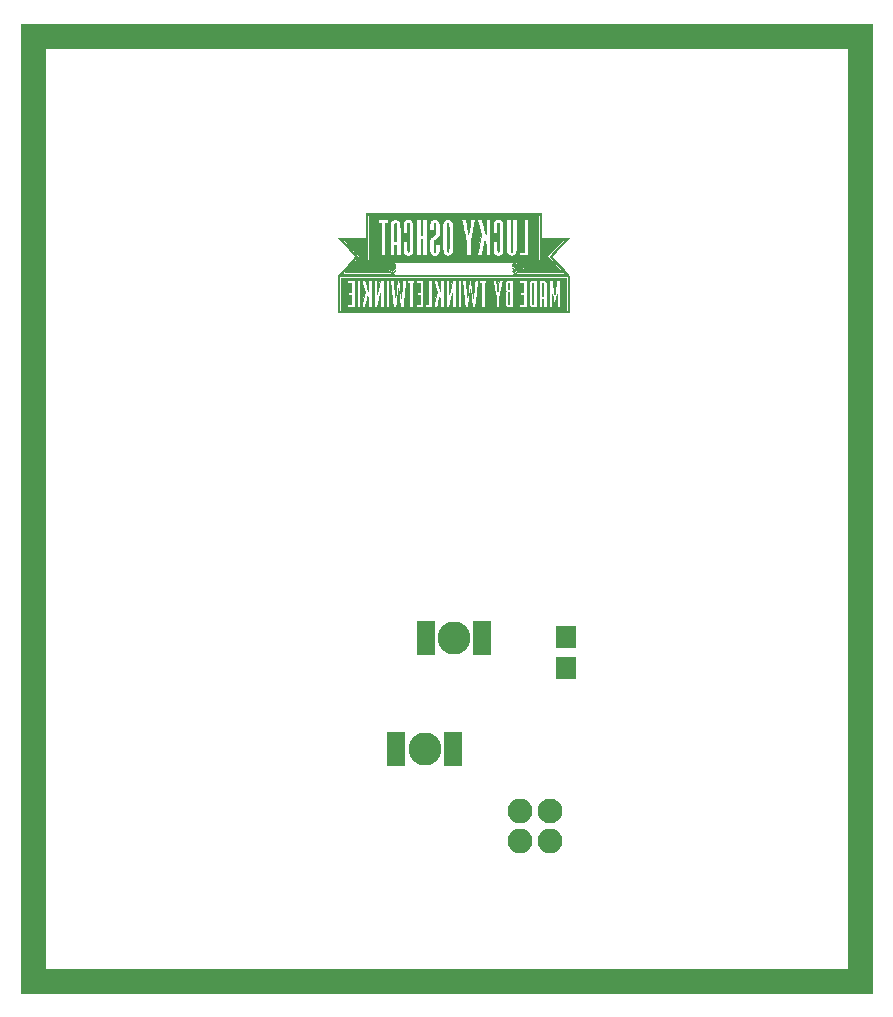
<source format=gbs>
G04 #@! TF.FileFunction,Soldermask,Bot*
%FSLAX46Y46*%
G04 Gerber Fmt 4.6, Leading zero omitted, Abs format (unit mm)*
G04 Created by KiCad (PCBNEW 4.0.7) date 07/11/18 15:32:24*
%MOMM*%
%LPD*%
G01*
G04 APERTURE LIST*
%ADD10C,0.100000*%
%ADD11C,0.010000*%
%ADD12C,2.800000*%
%ADD13R,1.600000X3.000000*%
%ADD14R,1.700000X1.900000*%
%ADD15C,2.100000*%
%ADD16O,2.100000X2.100000*%
G04 APERTURE END LIST*
D10*
D11*
G36*
X184679167Y-127359833D02*
X112670167Y-127359833D01*
X112670167Y-104261711D01*
X114663659Y-104261711D01*
X114663660Y-105326889D01*
X114663671Y-106372112D01*
X114663694Y-107396718D01*
X114663727Y-108400047D01*
X114663772Y-109381437D01*
X114663826Y-110340228D01*
X114663892Y-111275758D01*
X114663968Y-112187367D01*
X114664054Y-113074394D01*
X114664150Y-113936178D01*
X114664257Y-114772057D01*
X114664374Y-115581372D01*
X114664501Y-116363460D01*
X114664638Y-117117661D01*
X114664785Y-117843314D01*
X114664942Y-118539758D01*
X114665108Y-119206332D01*
X114665285Y-119842375D01*
X114665471Y-120447226D01*
X114665666Y-121020225D01*
X114665871Y-121560709D01*
X114666085Y-122068019D01*
X114666309Y-122541492D01*
X114666541Y-122980469D01*
X114666783Y-123384289D01*
X114667034Y-123752290D01*
X114667294Y-124083811D01*
X114667563Y-124378191D01*
X114667841Y-124634770D01*
X114668127Y-124852886D01*
X114668422Y-125031879D01*
X114668726Y-125171088D01*
X114669038Y-125269851D01*
X114669359Y-125327507D01*
X114669640Y-125343708D01*
X114677259Y-125344873D01*
X114699570Y-125346006D01*
X114737097Y-125347106D01*
X114790365Y-125348174D01*
X114859898Y-125349212D01*
X114946220Y-125350218D01*
X115049855Y-125351194D01*
X115171329Y-125352139D01*
X115311166Y-125353056D01*
X115469889Y-125353942D01*
X115648024Y-125354800D01*
X115846094Y-125355630D01*
X116064624Y-125356431D01*
X116304139Y-125357205D01*
X116565162Y-125357951D01*
X116848219Y-125358671D01*
X117153833Y-125359364D01*
X117482529Y-125360031D01*
X117834831Y-125360673D01*
X118211265Y-125361289D01*
X118612353Y-125361881D01*
X119038620Y-125362448D01*
X119490592Y-125362991D01*
X119968791Y-125363511D01*
X120473743Y-125364007D01*
X121005973Y-125364481D01*
X121566003Y-125364933D01*
X122154359Y-125365362D01*
X122771566Y-125365770D01*
X123418147Y-125366157D01*
X124094626Y-125366523D01*
X124801529Y-125366869D01*
X125539380Y-125367195D01*
X126308702Y-125367501D01*
X127110021Y-125367789D01*
X127943861Y-125368057D01*
X128810746Y-125368308D01*
X129711200Y-125368540D01*
X130645748Y-125368755D01*
X131614915Y-125368954D01*
X132619224Y-125369135D01*
X133659201Y-125369300D01*
X134735368Y-125369450D01*
X135848252Y-125369584D01*
X136998375Y-125369703D01*
X138186264Y-125369807D01*
X139412441Y-125369897D01*
X140677431Y-125369974D01*
X141981760Y-125370037D01*
X143325950Y-125370087D01*
X144710527Y-125370125D01*
X146136014Y-125370150D01*
X147602937Y-125370164D01*
X148674002Y-125370167D01*
X182668333Y-125370167D01*
X182668333Y-47349820D01*
X148669375Y-47355118D01*
X114670417Y-47360417D01*
X114665013Y-86338833D01*
X114664840Y-87624028D01*
X114664679Y-88899182D01*
X114664531Y-90163634D01*
X114664394Y-91416724D01*
X114664269Y-92657789D01*
X114664157Y-93886169D01*
X114664055Y-95101203D01*
X114663966Y-96302231D01*
X114663888Y-97488591D01*
X114663821Y-98659622D01*
X114663766Y-99814663D01*
X114663723Y-100953053D01*
X114663690Y-102074132D01*
X114663669Y-103177238D01*
X114663659Y-104261711D01*
X112670167Y-104261711D01*
X112670167Y-45360167D01*
X184679167Y-45360167D01*
X184679167Y-127359833D01*
X184679167Y-127359833D01*
G37*
X184679167Y-127359833D02*
X112670167Y-127359833D01*
X112670167Y-104261711D01*
X114663659Y-104261711D01*
X114663660Y-105326889D01*
X114663671Y-106372112D01*
X114663694Y-107396718D01*
X114663727Y-108400047D01*
X114663772Y-109381437D01*
X114663826Y-110340228D01*
X114663892Y-111275758D01*
X114663968Y-112187367D01*
X114664054Y-113074394D01*
X114664150Y-113936178D01*
X114664257Y-114772057D01*
X114664374Y-115581372D01*
X114664501Y-116363460D01*
X114664638Y-117117661D01*
X114664785Y-117843314D01*
X114664942Y-118539758D01*
X114665108Y-119206332D01*
X114665285Y-119842375D01*
X114665471Y-120447226D01*
X114665666Y-121020225D01*
X114665871Y-121560709D01*
X114666085Y-122068019D01*
X114666309Y-122541492D01*
X114666541Y-122980469D01*
X114666783Y-123384289D01*
X114667034Y-123752290D01*
X114667294Y-124083811D01*
X114667563Y-124378191D01*
X114667841Y-124634770D01*
X114668127Y-124852886D01*
X114668422Y-125031879D01*
X114668726Y-125171088D01*
X114669038Y-125269851D01*
X114669359Y-125327507D01*
X114669640Y-125343708D01*
X114677259Y-125344873D01*
X114699570Y-125346006D01*
X114737097Y-125347106D01*
X114790365Y-125348174D01*
X114859898Y-125349212D01*
X114946220Y-125350218D01*
X115049855Y-125351194D01*
X115171329Y-125352139D01*
X115311166Y-125353056D01*
X115469889Y-125353942D01*
X115648024Y-125354800D01*
X115846094Y-125355630D01*
X116064624Y-125356431D01*
X116304139Y-125357205D01*
X116565162Y-125357951D01*
X116848219Y-125358671D01*
X117153833Y-125359364D01*
X117482529Y-125360031D01*
X117834831Y-125360673D01*
X118211265Y-125361289D01*
X118612353Y-125361881D01*
X119038620Y-125362448D01*
X119490592Y-125362991D01*
X119968791Y-125363511D01*
X120473743Y-125364007D01*
X121005973Y-125364481D01*
X121566003Y-125364933D01*
X122154359Y-125365362D01*
X122771566Y-125365770D01*
X123418147Y-125366157D01*
X124094626Y-125366523D01*
X124801529Y-125366869D01*
X125539380Y-125367195D01*
X126308702Y-125367501D01*
X127110021Y-125367789D01*
X127943861Y-125368057D01*
X128810746Y-125368308D01*
X129711200Y-125368540D01*
X130645748Y-125368755D01*
X131614915Y-125368954D01*
X132619224Y-125369135D01*
X133659201Y-125369300D01*
X134735368Y-125369450D01*
X135848252Y-125369584D01*
X136998375Y-125369703D01*
X138186264Y-125369807D01*
X139412441Y-125369897D01*
X140677431Y-125369974D01*
X141981760Y-125370037D01*
X143325950Y-125370087D01*
X144710527Y-125370125D01*
X146136014Y-125370150D01*
X147602937Y-125370164D01*
X148674002Y-125370167D01*
X182668333Y-125370167D01*
X182668333Y-47349820D01*
X148669375Y-47355118D01*
X114670417Y-47360417D01*
X114665013Y-86338833D01*
X114664840Y-87624028D01*
X114664679Y-88899182D01*
X114664531Y-90163634D01*
X114664394Y-91416724D01*
X114664269Y-92657789D01*
X114664157Y-93886169D01*
X114664055Y-95101203D01*
X114663966Y-96302231D01*
X114663888Y-97488591D01*
X114663821Y-98659622D01*
X114663766Y-99814663D01*
X114663723Y-100953053D01*
X114663690Y-102074132D01*
X114663669Y-103177238D01*
X114663659Y-104261711D01*
X112670167Y-104261711D01*
X112670167Y-45360167D01*
X184679167Y-45360167D01*
X184679167Y-127359833D01*
G36*
X156675667Y-63478475D02*
X159006967Y-63489417D01*
X158284852Y-64248085D01*
X158119275Y-64422301D01*
X157980896Y-64568588D01*
X157867503Y-64689469D01*
X157776887Y-64787466D01*
X157706835Y-64865102D01*
X157655137Y-64924900D01*
X157619582Y-64969381D01*
X157597960Y-65001068D01*
X157588058Y-65022483D01*
X157587667Y-65036149D01*
X157590160Y-65040638D01*
X157609397Y-65062697D01*
X157654126Y-65113060D01*
X157721516Y-65188565D01*
X157808737Y-65286051D01*
X157912959Y-65402359D01*
X158031350Y-65534327D01*
X158161080Y-65678795D01*
X158299319Y-65832602D01*
X158321512Y-65857282D01*
X159025441Y-66640042D01*
X159020012Y-68176229D01*
X159014583Y-69712417D01*
X139488333Y-69723045D01*
X139488333Y-66717333D01*
X139594167Y-66717333D01*
X139594167Y-69617167D01*
X158919333Y-69617167D01*
X158919333Y-66717333D01*
X139594167Y-66717333D01*
X139488333Y-66717333D01*
X139488333Y-66634064D01*
X140168943Y-65876657D01*
X140306789Y-65723281D01*
X140437351Y-65578056D01*
X140557627Y-65444319D01*
X140664611Y-65325409D01*
X140755301Y-65224662D01*
X140826693Y-65145416D01*
X140875783Y-65091010D01*
X140899504Y-65064850D01*
X140949456Y-65010450D01*
X140225981Y-64249933D01*
X139613252Y-63605833D01*
X139800442Y-63605833D01*
X139892465Y-63706375D01*
X139927921Y-63744467D01*
X139988731Y-63809071D01*
X140071011Y-63896087D01*
X140170874Y-64001416D01*
X140284432Y-64120959D01*
X140407799Y-64250618D01*
X140537089Y-64386293D01*
X140546036Y-64395674D01*
X140671272Y-64527216D01*
X140787073Y-64649305D01*
X140890234Y-64758529D01*
X140977549Y-64851471D01*
X141045813Y-64924720D01*
X141091821Y-64974860D01*
X141112368Y-64998477D01*
X141113127Y-64999681D01*
X141100558Y-65018062D01*
X141062374Y-65064600D01*
X141001384Y-65136080D01*
X140920394Y-65229285D01*
X140822214Y-65341001D01*
X140709652Y-65468012D01*
X140585515Y-65607102D01*
X140481246Y-65723257D01*
X140348498Y-65870782D01*
X140223662Y-66009536D01*
X140109763Y-66136156D01*
X140009822Y-66247282D01*
X139926863Y-66339551D01*
X139863909Y-66409602D01*
X139823982Y-66454074D01*
X139810963Y-66468625D01*
X139807175Y-66474623D01*
X139808664Y-66479937D01*
X139817797Y-66484610D01*
X139836943Y-66488681D01*
X139868471Y-66492193D01*
X139914750Y-66495185D01*
X139978147Y-66497701D01*
X140061033Y-66499780D01*
X140165775Y-66501465D01*
X140294742Y-66502795D01*
X140450304Y-66503813D01*
X140634827Y-66504560D01*
X140850682Y-66505076D01*
X141100237Y-66505404D01*
X141385860Y-66505583D01*
X141709921Y-66505657D01*
X141940386Y-66505667D01*
X142239023Y-66505561D01*
X142525449Y-66505252D01*
X142796860Y-66504756D01*
X143050452Y-66504087D01*
X143283422Y-66503258D01*
X143492965Y-66502284D01*
X143676279Y-66501180D01*
X143830559Y-66499960D01*
X143953001Y-66498638D01*
X144040802Y-66497228D01*
X144091158Y-66495745D01*
X144102667Y-66494604D01*
X144085509Y-66477946D01*
X144038110Y-66443507D01*
X143966575Y-66395205D01*
X143877012Y-66336955D01*
X143775529Y-66272675D01*
X143668233Y-66206281D01*
X143561230Y-66141692D01*
X143460630Y-66082822D01*
X143460380Y-66082679D01*
X143112721Y-65898341D01*
X142746667Y-65732088D01*
X142378596Y-65591072D01*
X142201675Y-65533108D01*
X142084468Y-65498484D01*
X142006319Y-65478643D01*
X141996559Y-65477287D01*
X142360413Y-65477287D01*
X142394056Y-65497553D01*
X142467128Y-65532495D01*
X142579897Y-65581742D01*
X142589250Y-65585701D01*
X142868588Y-65708817D01*
X143135150Y-65836284D01*
X143384629Y-65965620D01*
X143612720Y-66094342D01*
X143815117Y-66219966D01*
X143987516Y-66340010D01*
X144125610Y-66451991D01*
X144178384Y-66502087D01*
X144303750Y-66629048D01*
X149248648Y-66630857D01*
X154193546Y-66632667D01*
X154333146Y-66497795D01*
X154336830Y-66494617D01*
X154410833Y-66494617D01*
X154431533Y-66496143D01*
X154491762Y-66497606D01*
X154588719Y-66498993D01*
X154719599Y-66500288D01*
X154881600Y-66501479D01*
X155071918Y-66502550D01*
X155287750Y-66503486D01*
X155526293Y-66504275D01*
X155784744Y-66504901D01*
X156060299Y-66505350D01*
X156350156Y-66505607D01*
X156573985Y-66505667D01*
X158737138Y-66505667D01*
X158671993Y-66436875D01*
X158624786Y-66386142D01*
X158557386Y-66312467D01*
X158473205Y-66219674D01*
X158375655Y-66111588D01*
X158268148Y-65992034D01*
X158154097Y-65864837D01*
X158036912Y-65733821D01*
X157920008Y-65602811D01*
X157806795Y-65475633D01*
X157700685Y-65356110D01*
X157605091Y-65248067D01*
X157523425Y-65155329D01*
X157459098Y-65081722D01*
X157415524Y-65031069D01*
X157396113Y-65007196D01*
X157395425Y-65005912D01*
X157409486Y-64988688D01*
X157449377Y-64944424D01*
X157511713Y-64876714D01*
X157593108Y-64789154D01*
X157690175Y-64685337D01*
X157799528Y-64568858D01*
X157917782Y-64443313D01*
X158041549Y-64312294D01*
X158167445Y-64179398D01*
X158292082Y-64048219D01*
X158412075Y-63922351D01*
X158524038Y-63805390D01*
X158624585Y-63700929D01*
X158629548Y-63695792D01*
X158716481Y-63605833D01*
X156675667Y-63605833D01*
X156675667Y-63732364D01*
X157542886Y-63737890D01*
X158410106Y-63743417D01*
X157808620Y-64378417D01*
X157207133Y-65013417D01*
X157287154Y-65098083D01*
X157315292Y-65128620D01*
X157367727Y-65186256D01*
X157440485Y-65266580D01*
X157529594Y-65365181D01*
X157631081Y-65477647D01*
X157740973Y-65599566D01*
X157855296Y-65726527D01*
X157970079Y-65854118D01*
X158081348Y-65977928D01*
X158185130Y-66093546D01*
X158277452Y-66196559D01*
X158354342Y-66282557D01*
X158397541Y-66331042D01*
X158439879Y-66378667D01*
X154718506Y-66378667D01*
X154792211Y-66328891D01*
X154933714Y-66240666D01*
X155111063Y-66142316D01*
X155319622Y-66036083D01*
X155554753Y-65924212D01*
X155811816Y-65808948D01*
X156086174Y-65692533D01*
X156221446Y-65637388D01*
X156339722Y-65589467D01*
X156444095Y-65546554D01*
X156528353Y-65511254D01*
X156586285Y-65486172D01*
X156611679Y-65473914D01*
X156612167Y-65473518D01*
X156607010Y-65465546D01*
X156567860Y-65469302D01*
X156500931Y-65483271D01*
X156412439Y-65505941D01*
X156308599Y-65535797D01*
X156195627Y-65571326D01*
X156154859Y-65584896D01*
X155701651Y-65758870D01*
X155251791Y-65972935D01*
X154809792Y-66224867D01*
X154648958Y-66327358D01*
X154561586Y-66385449D01*
X154488622Y-66435436D01*
X154436573Y-66472750D01*
X154411944Y-66492821D01*
X154410833Y-66494617D01*
X154336830Y-66494617D01*
X154468048Y-66381437D01*
X154639052Y-66256906D01*
X154841367Y-66126964D01*
X155070198Y-65994376D01*
X155320753Y-65861903D01*
X155588238Y-65732310D01*
X155867860Y-65608359D01*
X155897830Y-65595742D01*
X155994606Y-65554316D01*
X156074653Y-65518342D01*
X156131221Y-65490988D01*
X156157560Y-65475422D01*
X156158473Y-65473418D01*
X156132334Y-65473989D01*
X156072524Y-65489690D01*
X155984172Y-65518714D01*
X155872406Y-65559260D01*
X155742354Y-65609523D01*
X155599146Y-65667698D01*
X155561817Y-65683297D01*
X155388235Y-65761078D01*
X155191411Y-65857455D01*
X154982569Y-65966440D01*
X154772931Y-66082048D01*
X154573723Y-66198293D01*
X154433810Y-66284910D01*
X154360568Y-66330370D01*
X154318964Y-66353395D01*
X154306285Y-66356291D01*
X154319819Y-66341363D01*
X154356852Y-66310919D01*
X154414673Y-66267264D01*
X154490567Y-66212704D01*
X154581823Y-66149545D01*
X154636032Y-66113011D01*
X154845144Y-65980346D01*
X155074533Y-65846900D01*
X155308850Y-65721117D01*
X155532748Y-65611440D01*
X155615124Y-65574333D01*
X155698306Y-65536072D01*
X155759473Y-65504193D01*
X155792790Y-65482010D01*
X155793558Y-65472967D01*
X155748039Y-65479066D01*
X155670809Y-65504583D01*
X155566505Y-65547234D01*
X155439761Y-65604735D01*
X155295216Y-65674803D01*
X155137504Y-65755152D01*
X154971263Y-65843499D01*
X154801128Y-65937560D01*
X154631735Y-66035052D01*
X154531949Y-66094506D01*
X154434806Y-66152631D01*
X154352569Y-66200749D01*
X154290990Y-66235583D01*
X154255823Y-66253856D01*
X154249952Y-66255114D01*
X154274257Y-66232181D01*
X154327177Y-66191377D01*
X154401643Y-66137605D01*
X154490583Y-66075768D01*
X154586929Y-66010769D01*
X154683610Y-65947512D01*
X154773556Y-65890900D01*
X154786556Y-65882965D01*
X154881454Y-65827035D01*
X154999744Y-65759853D01*
X155127117Y-65689421D01*
X155249265Y-65623742D01*
X155262806Y-65616605D01*
X155377575Y-65554708D01*
X155454141Y-65509733D01*
X155492972Y-65481376D01*
X155494536Y-65469332D01*
X155489425Y-65468835D01*
X155441282Y-65479673D01*
X155361705Y-65511079D01*
X155254922Y-65560807D01*
X155125163Y-65626616D01*
X154976654Y-65706260D01*
X154813624Y-65797496D01*
X154640302Y-65898081D01*
X154460916Y-66005771D01*
X154357917Y-66069260D01*
X154297989Y-66105463D01*
X154271642Y-66118334D01*
X154277481Y-66108392D01*
X154294417Y-66092944D01*
X154357317Y-66043304D01*
X154448872Y-65977897D01*
X154560996Y-65901986D01*
X154685603Y-65820835D01*
X154814608Y-65739707D01*
X154939926Y-65663867D01*
X155053470Y-65598577D01*
X155055929Y-65597214D01*
X155151227Y-65543443D01*
X155212211Y-65506268D01*
X155242310Y-65483113D01*
X155244951Y-65471396D01*
X155227024Y-65468500D01*
X155176210Y-65479985D01*
X155095541Y-65512670D01*
X154990131Y-65563895D01*
X154865098Y-65631002D01*
X154725555Y-65711333D01*
X154576618Y-65802230D01*
X154538510Y-65826297D01*
X154416415Y-65903833D01*
X154326763Y-65960318D01*
X154266312Y-65997480D01*
X154231825Y-66017052D01*
X154220063Y-66020763D01*
X154227785Y-66010342D01*
X154251755Y-65987522D01*
X154273250Y-65967998D01*
X154384983Y-65876406D01*
X154524079Y-65776895D01*
X154678665Y-65677441D01*
X154836868Y-65586019D01*
X154861994Y-65572526D01*
X154947299Y-65526716D01*
X154998895Y-65496869D01*
X155020713Y-65479577D01*
X155016685Y-65471428D01*
X154990742Y-65469013D01*
X154981445Y-65468906D01*
X154919383Y-65481804D01*
X154827058Y-65520104D01*
X154707026Y-65582463D01*
X154561842Y-65667542D01*
X154394059Y-65773997D01*
X154368871Y-65790557D01*
X154298434Y-65836502D01*
X154260535Y-65859468D01*
X154252803Y-65860429D01*
X154272869Y-65840357D01*
X154294417Y-65821126D01*
X154347255Y-65779481D01*
X154425194Y-65724014D01*
X154516951Y-65662541D01*
X154595019Y-65612869D01*
X154684886Y-65556615D01*
X154742495Y-65518380D01*
X154771899Y-65494427D01*
X154777154Y-65481019D01*
X154762317Y-65474416D01*
X154747463Y-65472375D01*
X154705389Y-65474500D01*
X154652827Y-65490901D01*
X154584187Y-65524352D01*
X154493882Y-65577626D01*
X154376323Y-65653497D01*
X154357917Y-65665718D01*
X154296214Y-65705482D01*
X154266235Y-65721095D01*
X154265615Y-65713504D01*
X154279248Y-65697219D01*
X154321888Y-65659895D01*
X154387700Y-65612524D01*
X154462627Y-65565207D01*
X154464456Y-65564135D01*
X154530078Y-65524837D01*
X154578529Y-65494067D01*
X154600799Y-65477586D01*
X154601333Y-65476613D01*
X154580466Y-65475945D01*
X154519065Y-65475290D01*
X154418929Y-65474651D01*
X154281856Y-65474031D01*
X154109646Y-65473432D01*
X153904097Y-65472857D01*
X153667009Y-65472309D01*
X153400181Y-65471790D01*
X153105411Y-65471303D01*
X152784499Y-65470851D01*
X152439243Y-65470436D01*
X152071443Y-65470062D01*
X151682898Y-65469730D01*
X151275406Y-65469443D01*
X150850767Y-65469205D01*
X150410779Y-65469017D01*
X149957242Y-65468883D01*
X149491955Y-65468805D01*
X149349202Y-65468793D01*
X144097070Y-65468447D01*
X144205702Y-65554941D01*
X144261052Y-65600420D01*
X144300182Y-65635263D01*
X144314333Y-65651466D01*
X144306645Y-65654479D01*
X144280319Y-65640350D01*
X144230460Y-65605974D01*
X144155583Y-65550799D01*
X144101006Y-65511671D01*
X144057001Y-65488178D01*
X144009472Y-65476347D01*
X143944322Y-65472206D01*
X143875125Y-65471757D01*
X143795137Y-65472420D01*
X143734422Y-65474114D01*
X143702845Y-65476516D01*
X143700500Y-65477430D01*
X143717374Y-65489951D01*
X143762365Y-65518501D01*
X143827024Y-65557774D01*
X143853958Y-65573794D01*
X143927764Y-65619361D01*
X144010353Y-65673366D01*
X144094240Y-65730518D01*
X144171941Y-65785525D01*
X144235970Y-65833096D01*
X144278842Y-65867941D01*
X144293167Y-65884270D01*
X144277580Y-65878989D01*
X144237577Y-65855101D01*
X144203208Y-65832319D01*
X144150868Y-65798053D01*
X144072205Y-65748450D01*
X143977294Y-65689787D01*
X143876213Y-65628341D01*
X143861748Y-65619636D01*
X143746987Y-65552643D01*
X143660547Y-65507197D01*
X143596168Y-65480423D01*
X143547594Y-65469441D01*
X143533664Y-65468794D01*
X143502471Y-65470167D01*
X143491623Y-65476250D01*
X143505028Y-65490450D01*
X143546597Y-65516174D01*
X143620237Y-65556827D01*
X143658167Y-65577287D01*
X143799141Y-65655460D01*
X143916474Y-65726741D01*
X144025355Y-65801095D01*
X144140973Y-65888486D01*
X144182042Y-65920965D01*
X144253302Y-65979243D01*
X144297433Y-66018455D01*
X144312870Y-66036789D01*
X144298045Y-66032433D01*
X144256125Y-66006691D01*
X144077263Y-65891467D01*
X143906618Y-65785546D01*
X143748192Y-65691152D01*
X143605987Y-65610514D01*
X143484005Y-65545858D01*
X143386248Y-65499409D01*
X143316719Y-65473396D01*
X143288756Y-65468500D01*
X143269692Y-65471894D01*
X143273007Y-65483809D01*
X143302188Y-65506845D01*
X143360726Y-65543601D01*
X143452108Y-65596675D01*
X143488678Y-65617428D01*
X143625761Y-65697196D01*
X143766351Y-65783003D01*
X143902646Y-65869756D01*
X144026845Y-65952361D01*
X144131146Y-66025722D01*
X144207749Y-66084745D01*
X144219083Y-66094402D01*
X144282583Y-66149831D01*
X144208500Y-66104716D01*
X143976464Y-65965012D01*
X143763526Y-65840025D01*
X143572011Y-65730998D01*
X143404243Y-65639173D01*
X143262548Y-65565791D01*
X143149250Y-65512095D01*
X143066674Y-65479328D01*
X143018200Y-65468714D01*
X143018803Y-65477954D01*
X143053180Y-65503842D01*
X143117357Y-65543860D01*
X143207361Y-65595493D01*
X143287750Y-65639427D01*
X143487196Y-65748218D01*
X143656242Y-65844435D01*
X143803027Y-65933015D01*
X143935691Y-66018895D01*
X144062376Y-66107012D01*
X144081500Y-66120824D01*
X144164774Y-66182190D01*
X144224926Y-66228428D01*
X144259461Y-66257362D01*
X144265885Y-66266817D01*
X144241703Y-66254617D01*
X144219083Y-66240801D01*
X143997161Y-66105136D01*
X143769915Y-65972543D01*
X143545184Y-65847278D01*
X143330804Y-65733599D01*
X143134615Y-65635764D01*
X142964452Y-65558030D01*
X142953746Y-65553463D01*
X142844337Y-65509368D01*
X142767991Y-65483052D01*
X142725939Y-65473693D01*
X142719413Y-65480472D01*
X142749645Y-65502567D01*
X142817867Y-65539157D01*
X142910053Y-65582581D01*
X143373421Y-65813701D01*
X143816577Y-66079378D01*
X143869833Y-66114595D01*
X143988450Y-66194783D01*
X144082063Y-66259846D01*
X144149291Y-66308548D01*
X144188752Y-66339653D01*
X144199067Y-66351927D01*
X144178855Y-66344132D01*
X144126735Y-66315035D01*
X144041325Y-66263399D01*
X144024415Y-66252923D01*
X143597183Y-66002108D01*
X143184855Y-65789666D01*
X142787999Y-65615882D01*
X142614749Y-65550416D01*
X142493365Y-65508262D01*
X142410335Y-65482271D01*
X142365928Y-65472069D01*
X142360413Y-65477287D01*
X141996559Y-65477287D01*
X141966782Y-65473150D01*
X141965411Y-65481569D01*
X142001762Y-65503466D01*
X142075388Y-65538405D01*
X142185843Y-65585951D01*
X142306052Y-65635029D01*
X142470205Y-65703015D01*
X142647015Y-65780067D01*
X142829633Y-65862882D01*
X143011208Y-65948154D01*
X143184892Y-66032580D01*
X143343834Y-66112855D01*
X143481185Y-66185675D01*
X143590096Y-66247734D01*
X143637000Y-66277143D01*
X143774583Y-66368083D01*
X142848542Y-66373597D01*
X142604171Y-66374741D01*
X142330089Y-66375489D01*
X142038759Y-66375842D01*
X141742644Y-66375798D01*
X141454210Y-66375359D01*
X141185919Y-66374524D01*
X140998625Y-66373597D01*
X140074749Y-66368083D01*
X140682638Y-65695291D01*
X140810881Y-65552767D01*
X140929604Y-65419685D01*
X141035928Y-65299356D01*
X141126973Y-65195094D01*
X141199860Y-65110209D01*
X141251708Y-65048014D01*
X141279637Y-65011821D01*
X141283722Y-65003979D01*
X141268118Y-64985069D01*
X141226434Y-64938864D01*
X141161796Y-64868716D01*
X141077329Y-64777977D01*
X140976156Y-64669998D01*
X140861402Y-64548132D01*
X140736193Y-64415730D01*
X140687553Y-64364438D01*
X140098189Y-63743417D01*
X140968011Y-63737890D01*
X141837833Y-63732364D01*
X141837833Y-63605833D01*
X139800442Y-63605833D01*
X139613252Y-63605833D01*
X139502506Y-63489417D01*
X140670170Y-63483946D01*
X141837833Y-63478475D01*
X141837833Y-61489167D01*
X141943667Y-61489167D01*
X141943667Y-63401222D01*
X141943819Y-63682089D01*
X141944263Y-63950834D01*
X141944975Y-64204448D01*
X141945935Y-64439919D01*
X141947119Y-64654236D01*
X141948505Y-64844388D01*
X141950072Y-65007365D01*
X141951798Y-65140154D01*
X141953660Y-65239746D01*
X141955637Y-65303129D01*
X141957706Y-65327292D01*
X141957778Y-65327389D01*
X141979769Y-65328459D01*
X142042563Y-65329509D01*
X142144628Y-65330534D01*
X142284433Y-65331532D01*
X142460447Y-65332500D01*
X142671139Y-65333435D01*
X142914978Y-65334334D01*
X143190432Y-65335194D01*
X143495971Y-65336013D01*
X143830063Y-65336786D01*
X144191178Y-65337512D01*
X144577784Y-65338186D01*
X144988350Y-65338808D01*
X145421346Y-65339372D01*
X145875239Y-65339877D01*
X146348499Y-65340319D01*
X146839595Y-65340696D01*
X147346996Y-65341004D01*
X147869171Y-65341240D01*
X148404588Y-65341402D01*
X148951716Y-65341487D01*
X149260278Y-65341500D01*
X156548667Y-65341500D01*
X156548667Y-61489167D01*
X141943667Y-61489167D01*
X141837833Y-61489167D01*
X141837833Y-61362167D01*
X156675667Y-61362167D01*
X156675667Y-63478475D01*
X156675667Y-63478475D01*
G37*
X156675667Y-63478475D02*
X159006967Y-63489417D01*
X158284852Y-64248085D01*
X158119275Y-64422301D01*
X157980896Y-64568588D01*
X157867503Y-64689469D01*
X157776887Y-64787466D01*
X157706835Y-64865102D01*
X157655137Y-64924900D01*
X157619582Y-64969381D01*
X157597960Y-65001068D01*
X157588058Y-65022483D01*
X157587667Y-65036149D01*
X157590160Y-65040638D01*
X157609397Y-65062697D01*
X157654126Y-65113060D01*
X157721516Y-65188565D01*
X157808737Y-65286051D01*
X157912959Y-65402359D01*
X158031350Y-65534327D01*
X158161080Y-65678795D01*
X158299319Y-65832602D01*
X158321512Y-65857282D01*
X159025441Y-66640042D01*
X159020012Y-68176229D01*
X159014583Y-69712417D01*
X139488333Y-69723045D01*
X139488333Y-66717333D01*
X139594167Y-66717333D01*
X139594167Y-69617167D01*
X158919333Y-69617167D01*
X158919333Y-66717333D01*
X139594167Y-66717333D01*
X139488333Y-66717333D01*
X139488333Y-66634064D01*
X140168943Y-65876657D01*
X140306789Y-65723281D01*
X140437351Y-65578056D01*
X140557627Y-65444319D01*
X140664611Y-65325409D01*
X140755301Y-65224662D01*
X140826693Y-65145416D01*
X140875783Y-65091010D01*
X140899504Y-65064850D01*
X140949456Y-65010450D01*
X140225981Y-64249933D01*
X139613252Y-63605833D01*
X139800442Y-63605833D01*
X139892465Y-63706375D01*
X139927921Y-63744467D01*
X139988731Y-63809071D01*
X140071011Y-63896087D01*
X140170874Y-64001416D01*
X140284432Y-64120959D01*
X140407799Y-64250618D01*
X140537089Y-64386293D01*
X140546036Y-64395674D01*
X140671272Y-64527216D01*
X140787073Y-64649305D01*
X140890234Y-64758529D01*
X140977549Y-64851471D01*
X141045813Y-64924720D01*
X141091821Y-64974860D01*
X141112368Y-64998477D01*
X141113127Y-64999681D01*
X141100558Y-65018062D01*
X141062374Y-65064600D01*
X141001384Y-65136080D01*
X140920394Y-65229285D01*
X140822214Y-65341001D01*
X140709652Y-65468012D01*
X140585515Y-65607102D01*
X140481246Y-65723257D01*
X140348498Y-65870782D01*
X140223662Y-66009536D01*
X140109763Y-66136156D01*
X140009822Y-66247282D01*
X139926863Y-66339551D01*
X139863909Y-66409602D01*
X139823982Y-66454074D01*
X139810963Y-66468625D01*
X139807175Y-66474623D01*
X139808664Y-66479937D01*
X139817797Y-66484610D01*
X139836943Y-66488681D01*
X139868471Y-66492193D01*
X139914750Y-66495185D01*
X139978147Y-66497701D01*
X140061033Y-66499780D01*
X140165775Y-66501465D01*
X140294742Y-66502795D01*
X140450304Y-66503813D01*
X140634827Y-66504560D01*
X140850682Y-66505076D01*
X141100237Y-66505404D01*
X141385860Y-66505583D01*
X141709921Y-66505657D01*
X141940386Y-66505667D01*
X142239023Y-66505561D01*
X142525449Y-66505252D01*
X142796860Y-66504756D01*
X143050452Y-66504087D01*
X143283422Y-66503258D01*
X143492965Y-66502284D01*
X143676279Y-66501180D01*
X143830559Y-66499960D01*
X143953001Y-66498638D01*
X144040802Y-66497228D01*
X144091158Y-66495745D01*
X144102667Y-66494604D01*
X144085509Y-66477946D01*
X144038110Y-66443507D01*
X143966575Y-66395205D01*
X143877012Y-66336955D01*
X143775529Y-66272675D01*
X143668233Y-66206281D01*
X143561230Y-66141692D01*
X143460630Y-66082822D01*
X143460380Y-66082679D01*
X143112721Y-65898341D01*
X142746667Y-65732088D01*
X142378596Y-65591072D01*
X142201675Y-65533108D01*
X142084468Y-65498484D01*
X142006319Y-65478643D01*
X141996559Y-65477287D01*
X142360413Y-65477287D01*
X142394056Y-65497553D01*
X142467128Y-65532495D01*
X142579897Y-65581742D01*
X142589250Y-65585701D01*
X142868588Y-65708817D01*
X143135150Y-65836284D01*
X143384629Y-65965620D01*
X143612720Y-66094342D01*
X143815117Y-66219966D01*
X143987516Y-66340010D01*
X144125610Y-66451991D01*
X144178384Y-66502087D01*
X144303750Y-66629048D01*
X149248648Y-66630857D01*
X154193546Y-66632667D01*
X154333146Y-66497795D01*
X154336830Y-66494617D01*
X154410833Y-66494617D01*
X154431533Y-66496143D01*
X154491762Y-66497606D01*
X154588719Y-66498993D01*
X154719599Y-66500288D01*
X154881600Y-66501479D01*
X155071918Y-66502550D01*
X155287750Y-66503486D01*
X155526293Y-66504275D01*
X155784744Y-66504901D01*
X156060299Y-66505350D01*
X156350156Y-66505607D01*
X156573985Y-66505667D01*
X158737138Y-66505667D01*
X158671993Y-66436875D01*
X158624786Y-66386142D01*
X158557386Y-66312467D01*
X158473205Y-66219674D01*
X158375655Y-66111588D01*
X158268148Y-65992034D01*
X158154097Y-65864837D01*
X158036912Y-65733821D01*
X157920008Y-65602811D01*
X157806795Y-65475633D01*
X157700685Y-65356110D01*
X157605091Y-65248067D01*
X157523425Y-65155329D01*
X157459098Y-65081722D01*
X157415524Y-65031069D01*
X157396113Y-65007196D01*
X157395425Y-65005912D01*
X157409486Y-64988688D01*
X157449377Y-64944424D01*
X157511713Y-64876714D01*
X157593108Y-64789154D01*
X157690175Y-64685337D01*
X157799528Y-64568858D01*
X157917782Y-64443313D01*
X158041549Y-64312294D01*
X158167445Y-64179398D01*
X158292082Y-64048219D01*
X158412075Y-63922351D01*
X158524038Y-63805390D01*
X158624585Y-63700929D01*
X158629548Y-63695792D01*
X158716481Y-63605833D01*
X156675667Y-63605833D01*
X156675667Y-63732364D01*
X157542886Y-63737890D01*
X158410106Y-63743417D01*
X157808620Y-64378417D01*
X157207133Y-65013417D01*
X157287154Y-65098083D01*
X157315292Y-65128620D01*
X157367727Y-65186256D01*
X157440485Y-65266580D01*
X157529594Y-65365181D01*
X157631081Y-65477647D01*
X157740973Y-65599566D01*
X157855296Y-65726527D01*
X157970079Y-65854118D01*
X158081348Y-65977928D01*
X158185130Y-66093546D01*
X158277452Y-66196559D01*
X158354342Y-66282557D01*
X158397541Y-66331042D01*
X158439879Y-66378667D01*
X154718506Y-66378667D01*
X154792211Y-66328891D01*
X154933714Y-66240666D01*
X155111063Y-66142316D01*
X155319622Y-66036083D01*
X155554753Y-65924212D01*
X155811816Y-65808948D01*
X156086174Y-65692533D01*
X156221446Y-65637388D01*
X156339722Y-65589467D01*
X156444095Y-65546554D01*
X156528353Y-65511254D01*
X156586285Y-65486172D01*
X156611679Y-65473914D01*
X156612167Y-65473518D01*
X156607010Y-65465546D01*
X156567860Y-65469302D01*
X156500931Y-65483271D01*
X156412439Y-65505941D01*
X156308599Y-65535797D01*
X156195627Y-65571326D01*
X156154859Y-65584896D01*
X155701651Y-65758870D01*
X155251791Y-65972935D01*
X154809792Y-66224867D01*
X154648958Y-66327358D01*
X154561586Y-66385449D01*
X154488622Y-66435436D01*
X154436573Y-66472750D01*
X154411944Y-66492821D01*
X154410833Y-66494617D01*
X154336830Y-66494617D01*
X154468048Y-66381437D01*
X154639052Y-66256906D01*
X154841367Y-66126964D01*
X155070198Y-65994376D01*
X155320753Y-65861903D01*
X155588238Y-65732310D01*
X155867860Y-65608359D01*
X155897830Y-65595742D01*
X155994606Y-65554316D01*
X156074653Y-65518342D01*
X156131221Y-65490988D01*
X156157560Y-65475422D01*
X156158473Y-65473418D01*
X156132334Y-65473989D01*
X156072524Y-65489690D01*
X155984172Y-65518714D01*
X155872406Y-65559260D01*
X155742354Y-65609523D01*
X155599146Y-65667698D01*
X155561817Y-65683297D01*
X155388235Y-65761078D01*
X155191411Y-65857455D01*
X154982569Y-65966440D01*
X154772931Y-66082048D01*
X154573723Y-66198293D01*
X154433810Y-66284910D01*
X154360568Y-66330370D01*
X154318964Y-66353395D01*
X154306285Y-66356291D01*
X154319819Y-66341363D01*
X154356852Y-66310919D01*
X154414673Y-66267264D01*
X154490567Y-66212704D01*
X154581823Y-66149545D01*
X154636032Y-66113011D01*
X154845144Y-65980346D01*
X155074533Y-65846900D01*
X155308850Y-65721117D01*
X155532748Y-65611440D01*
X155615124Y-65574333D01*
X155698306Y-65536072D01*
X155759473Y-65504193D01*
X155792790Y-65482010D01*
X155793558Y-65472967D01*
X155748039Y-65479066D01*
X155670809Y-65504583D01*
X155566505Y-65547234D01*
X155439761Y-65604735D01*
X155295216Y-65674803D01*
X155137504Y-65755152D01*
X154971263Y-65843499D01*
X154801128Y-65937560D01*
X154631735Y-66035052D01*
X154531949Y-66094506D01*
X154434806Y-66152631D01*
X154352569Y-66200749D01*
X154290990Y-66235583D01*
X154255823Y-66253856D01*
X154249952Y-66255114D01*
X154274257Y-66232181D01*
X154327177Y-66191377D01*
X154401643Y-66137605D01*
X154490583Y-66075768D01*
X154586929Y-66010769D01*
X154683610Y-65947512D01*
X154773556Y-65890900D01*
X154786556Y-65882965D01*
X154881454Y-65827035D01*
X154999744Y-65759853D01*
X155127117Y-65689421D01*
X155249265Y-65623742D01*
X155262806Y-65616605D01*
X155377575Y-65554708D01*
X155454141Y-65509733D01*
X155492972Y-65481376D01*
X155494536Y-65469332D01*
X155489425Y-65468835D01*
X155441282Y-65479673D01*
X155361705Y-65511079D01*
X155254922Y-65560807D01*
X155125163Y-65626616D01*
X154976654Y-65706260D01*
X154813624Y-65797496D01*
X154640302Y-65898081D01*
X154460916Y-66005771D01*
X154357917Y-66069260D01*
X154297989Y-66105463D01*
X154271642Y-66118334D01*
X154277481Y-66108392D01*
X154294417Y-66092944D01*
X154357317Y-66043304D01*
X154448872Y-65977897D01*
X154560996Y-65901986D01*
X154685603Y-65820835D01*
X154814608Y-65739707D01*
X154939926Y-65663867D01*
X155053470Y-65598577D01*
X155055929Y-65597214D01*
X155151227Y-65543443D01*
X155212211Y-65506268D01*
X155242310Y-65483113D01*
X155244951Y-65471396D01*
X155227024Y-65468500D01*
X155176210Y-65479985D01*
X155095541Y-65512670D01*
X154990131Y-65563895D01*
X154865098Y-65631002D01*
X154725555Y-65711333D01*
X154576618Y-65802230D01*
X154538510Y-65826297D01*
X154416415Y-65903833D01*
X154326763Y-65960318D01*
X154266312Y-65997480D01*
X154231825Y-66017052D01*
X154220063Y-66020763D01*
X154227785Y-66010342D01*
X154251755Y-65987522D01*
X154273250Y-65967998D01*
X154384983Y-65876406D01*
X154524079Y-65776895D01*
X154678665Y-65677441D01*
X154836868Y-65586019D01*
X154861994Y-65572526D01*
X154947299Y-65526716D01*
X154998895Y-65496869D01*
X155020713Y-65479577D01*
X155016685Y-65471428D01*
X154990742Y-65469013D01*
X154981445Y-65468906D01*
X154919383Y-65481804D01*
X154827058Y-65520104D01*
X154707026Y-65582463D01*
X154561842Y-65667542D01*
X154394059Y-65773997D01*
X154368871Y-65790557D01*
X154298434Y-65836502D01*
X154260535Y-65859468D01*
X154252803Y-65860429D01*
X154272869Y-65840357D01*
X154294417Y-65821126D01*
X154347255Y-65779481D01*
X154425194Y-65724014D01*
X154516951Y-65662541D01*
X154595019Y-65612869D01*
X154684886Y-65556615D01*
X154742495Y-65518380D01*
X154771899Y-65494427D01*
X154777154Y-65481019D01*
X154762317Y-65474416D01*
X154747463Y-65472375D01*
X154705389Y-65474500D01*
X154652827Y-65490901D01*
X154584187Y-65524352D01*
X154493882Y-65577626D01*
X154376323Y-65653497D01*
X154357917Y-65665718D01*
X154296214Y-65705482D01*
X154266235Y-65721095D01*
X154265615Y-65713504D01*
X154279248Y-65697219D01*
X154321888Y-65659895D01*
X154387700Y-65612524D01*
X154462627Y-65565207D01*
X154464456Y-65564135D01*
X154530078Y-65524837D01*
X154578529Y-65494067D01*
X154600799Y-65477586D01*
X154601333Y-65476613D01*
X154580466Y-65475945D01*
X154519065Y-65475290D01*
X154418929Y-65474651D01*
X154281856Y-65474031D01*
X154109646Y-65473432D01*
X153904097Y-65472857D01*
X153667009Y-65472309D01*
X153400181Y-65471790D01*
X153105411Y-65471303D01*
X152784499Y-65470851D01*
X152439243Y-65470436D01*
X152071443Y-65470062D01*
X151682898Y-65469730D01*
X151275406Y-65469443D01*
X150850767Y-65469205D01*
X150410779Y-65469017D01*
X149957242Y-65468883D01*
X149491955Y-65468805D01*
X149349202Y-65468793D01*
X144097070Y-65468447D01*
X144205702Y-65554941D01*
X144261052Y-65600420D01*
X144300182Y-65635263D01*
X144314333Y-65651466D01*
X144306645Y-65654479D01*
X144280319Y-65640350D01*
X144230460Y-65605974D01*
X144155583Y-65550799D01*
X144101006Y-65511671D01*
X144057001Y-65488178D01*
X144009472Y-65476347D01*
X143944322Y-65472206D01*
X143875125Y-65471757D01*
X143795137Y-65472420D01*
X143734422Y-65474114D01*
X143702845Y-65476516D01*
X143700500Y-65477430D01*
X143717374Y-65489951D01*
X143762365Y-65518501D01*
X143827024Y-65557774D01*
X143853958Y-65573794D01*
X143927764Y-65619361D01*
X144010353Y-65673366D01*
X144094240Y-65730518D01*
X144171941Y-65785525D01*
X144235970Y-65833096D01*
X144278842Y-65867941D01*
X144293167Y-65884270D01*
X144277580Y-65878989D01*
X144237577Y-65855101D01*
X144203208Y-65832319D01*
X144150868Y-65798053D01*
X144072205Y-65748450D01*
X143977294Y-65689787D01*
X143876213Y-65628341D01*
X143861748Y-65619636D01*
X143746987Y-65552643D01*
X143660547Y-65507197D01*
X143596168Y-65480423D01*
X143547594Y-65469441D01*
X143533664Y-65468794D01*
X143502471Y-65470167D01*
X143491623Y-65476250D01*
X143505028Y-65490450D01*
X143546597Y-65516174D01*
X143620237Y-65556827D01*
X143658167Y-65577287D01*
X143799141Y-65655460D01*
X143916474Y-65726741D01*
X144025355Y-65801095D01*
X144140973Y-65888486D01*
X144182042Y-65920965D01*
X144253302Y-65979243D01*
X144297433Y-66018455D01*
X144312870Y-66036789D01*
X144298045Y-66032433D01*
X144256125Y-66006691D01*
X144077263Y-65891467D01*
X143906618Y-65785546D01*
X143748192Y-65691152D01*
X143605987Y-65610514D01*
X143484005Y-65545858D01*
X143386248Y-65499409D01*
X143316719Y-65473396D01*
X143288756Y-65468500D01*
X143269692Y-65471894D01*
X143273007Y-65483809D01*
X143302188Y-65506845D01*
X143360726Y-65543601D01*
X143452108Y-65596675D01*
X143488678Y-65617428D01*
X143625761Y-65697196D01*
X143766351Y-65783003D01*
X143902646Y-65869756D01*
X144026845Y-65952361D01*
X144131146Y-66025722D01*
X144207749Y-66084745D01*
X144219083Y-66094402D01*
X144282583Y-66149831D01*
X144208500Y-66104716D01*
X143976464Y-65965012D01*
X143763526Y-65840025D01*
X143572011Y-65730998D01*
X143404243Y-65639173D01*
X143262548Y-65565791D01*
X143149250Y-65512095D01*
X143066674Y-65479328D01*
X143018200Y-65468714D01*
X143018803Y-65477954D01*
X143053180Y-65503842D01*
X143117357Y-65543860D01*
X143207361Y-65595493D01*
X143287750Y-65639427D01*
X143487196Y-65748218D01*
X143656242Y-65844435D01*
X143803027Y-65933015D01*
X143935691Y-66018895D01*
X144062376Y-66107012D01*
X144081500Y-66120824D01*
X144164774Y-66182190D01*
X144224926Y-66228428D01*
X144259461Y-66257362D01*
X144265885Y-66266817D01*
X144241703Y-66254617D01*
X144219083Y-66240801D01*
X143997161Y-66105136D01*
X143769915Y-65972543D01*
X143545184Y-65847278D01*
X143330804Y-65733599D01*
X143134615Y-65635764D01*
X142964452Y-65558030D01*
X142953746Y-65553463D01*
X142844337Y-65509368D01*
X142767991Y-65483052D01*
X142725939Y-65473693D01*
X142719413Y-65480472D01*
X142749645Y-65502567D01*
X142817867Y-65539157D01*
X142910053Y-65582581D01*
X143373421Y-65813701D01*
X143816577Y-66079378D01*
X143869833Y-66114595D01*
X143988450Y-66194783D01*
X144082063Y-66259846D01*
X144149291Y-66308548D01*
X144188752Y-66339653D01*
X144199067Y-66351927D01*
X144178855Y-66344132D01*
X144126735Y-66315035D01*
X144041325Y-66263399D01*
X144024415Y-66252923D01*
X143597183Y-66002108D01*
X143184855Y-65789666D01*
X142787999Y-65615882D01*
X142614749Y-65550416D01*
X142493365Y-65508262D01*
X142410335Y-65482271D01*
X142365928Y-65472069D01*
X142360413Y-65477287D01*
X141996559Y-65477287D01*
X141966782Y-65473150D01*
X141965411Y-65481569D01*
X142001762Y-65503466D01*
X142075388Y-65538405D01*
X142185843Y-65585951D01*
X142306052Y-65635029D01*
X142470205Y-65703015D01*
X142647015Y-65780067D01*
X142829633Y-65862882D01*
X143011208Y-65948154D01*
X143184892Y-66032580D01*
X143343834Y-66112855D01*
X143481185Y-66185675D01*
X143590096Y-66247734D01*
X143637000Y-66277143D01*
X143774583Y-66368083D01*
X142848542Y-66373597D01*
X142604171Y-66374741D01*
X142330089Y-66375489D01*
X142038759Y-66375842D01*
X141742644Y-66375798D01*
X141454210Y-66375359D01*
X141185919Y-66374524D01*
X140998625Y-66373597D01*
X140074749Y-66368083D01*
X140682638Y-65695291D01*
X140810881Y-65552767D01*
X140929604Y-65419685D01*
X141035928Y-65299356D01*
X141126973Y-65195094D01*
X141199860Y-65110209D01*
X141251708Y-65048014D01*
X141279637Y-65011821D01*
X141283722Y-65003979D01*
X141268118Y-64985069D01*
X141226434Y-64938864D01*
X141161796Y-64868716D01*
X141077329Y-64777977D01*
X140976156Y-64669998D01*
X140861402Y-64548132D01*
X140736193Y-64415730D01*
X140687553Y-64364438D01*
X140098189Y-63743417D01*
X140968011Y-63737890D01*
X141837833Y-63732364D01*
X141837833Y-63605833D01*
X139800442Y-63605833D01*
X139613252Y-63605833D01*
X139502506Y-63489417D01*
X140670170Y-63483946D01*
X141837833Y-63478475D01*
X141837833Y-61489167D01*
X141943667Y-61489167D01*
X141943667Y-63401222D01*
X141943819Y-63682089D01*
X141944263Y-63950834D01*
X141944975Y-64204448D01*
X141945935Y-64439919D01*
X141947119Y-64654236D01*
X141948505Y-64844388D01*
X141950072Y-65007365D01*
X141951798Y-65140154D01*
X141953660Y-65239746D01*
X141955637Y-65303129D01*
X141957706Y-65327292D01*
X141957778Y-65327389D01*
X141979769Y-65328459D01*
X142042563Y-65329509D01*
X142144628Y-65330534D01*
X142284433Y-65331532D01*
X142460447Y-65332500D01*
X142671139Y-65333435D01*
X142914978Y-65334334D01*
X143190432Y-65335194D01*
X143495971Y-65336013D01*
X143830063Y-65336786D01*
X144191178Y-65337512D01*
X144577784Y-65338186D01*
X144988350Y-65338808D01*
X145421346Y-65339372D01*
X145875239Y-65339877D01*
X146348499Y-65340319D01*
X146839595Y-65340696D01*
X147346996Y-65341004D01*
X147869171Y-65341240D01*
X148404588Y-65341402D01*
X148951716Y-65341487D01*
X149260278Y-65341500D01*
X156548667Y-65341500D01*
X156548667Y-61489167D01*
X141943667Y-61489167D01*
X141837833Y-61489167D01*
X141837833Y-61362167D01*
X156675667Y-61362167D01*
X156675667Y-63478475D01*
G36*
X158813500Y-69532500D02*
X139700000Y-69532500D01*
X139700000Y-67013667D01*
X140271500Y-67013667D01*
X140271500Y-67246500D01*
X140589000Y-67246500D01*
X140589000Y-68008500D01*
X140356167Y-68008500D01*
X140356167Y-68262500D01*
X140589000Y-68262500D01*
X140589000Y-69088000D01*
X140271500Y-69088000D01*
X140271500Y-69320833D01*
X140885333Y-69320833D01*
X140885333Y-67013667D01*
X141054667Y-67013667D01*
X141054667Y-69320833D01*
X141329833Y-69320833D01*
X141329833Y-69298360D01*
X141463021Y-69298360D01*
X141470839Y-69312375D01*
X141498504Y-69318400D01*
X141554150Y-69318684D01*
X141620138Y-69316443D01*
X141784702Y-69310250D01*
X141852618Y-68918667D01*
X141875102Y-68789617D01*
X141896099Y-68670181D01*
X141914158Y-68568534D01*
X141927827Y-68492850D01*
X141935313Y-68453000D01*
X141950091Y-68378917D01*
X141987919Y-68495333D01*
X142003177Y-68551835D01*
X142014046Y-68617905D01*
X142021193Y-68701574D01*
X142025285Y-68810872D01*
X142026989Y-68953830D01*
X142027040Y-68966292D01*
X142028333Y-69320833D01*
X142324667Y-69320833D01*
X142324667Y-67013667D01*
X142494000Y-67013667D01*
X142494000Y-69320833D01*
X142765620Y-69320833D01*
X142853333Y-68955708D01*
X142887173Y-68815101D01*
X142922671Y-68668043D01*
X142956569Y-68528010D01*
X142985605Y-68408479D01*
X142997981Y-68357750D01*
X143054917Y-68124917D01*
X143066159Y-69320833D01*
X143361833Y-69320833D01*
X143361833Y-67013667D01*
X143531167Y-67013667D01*
X143531167Y-69320833D01*
X143806333Y-69320833D01*
X143806333Y-67018135D01*
X143891000Y-67018135D01*
X143893081Y-67042215D01*
X143898997Y-67103581D01*
X143908257Y-67197406D01*
X143920372Y-67318865D01*
X143934850Y-67463131D01*
X143951200Y-67625378D01*
X143968933Y-67800780D01*
X143987558Y-67984512D01*
X144006584Y-68171747D01*
X144025521Y-68357658D01*
X144043878Y-68537420D01*
X144061165Y-68706207D01*
X144076891Y-68859192D01*
X144090566Y-68991550D01*
X144101699Y-69098454D01*
X144109799Y-69175078D01*
X144114376Y-69216597D01*
X144114830Y-69220292D01*
X144127806Y-69320833D01*
X144273986Y-69320833D01*
X144350891Y-69319866D01*
X144394709Y-69314959D01*
X144414677Y-69303102D01*
X144420030Y-69281287D01*
X144420168Y-69273208D01*
X144422157Y-69240011D01*
X144427755Y-69172034D01*
X144436404Y-69074943D01*
X144447545Y-68954406D01*
X144460623Y-68816088D01*
X144475080Y-68665657D01*
X144490358Y-68508779D01*
X144505901Y-68351120D01*
X144521152Y-68198347D01*
X144535552Y-68056127D01*
X144548545Y-67930126D01*
X144559574Y-67826010D01*
X144568082Y-67749447D01*
X144573510Y-67706102D01*
X144575022Y-67698422D01*
X144578161Y-67717368D01*
X144584502Y-67773993D01*
X144593613Y-67863798D01*
X144605062Y-67982284D01*
X144618415Y-68124954D01*
X144633239Y-68287309D01*
X144649103Y-68464850D01*
X144652784Y-68506578D01*
X144724447Y-69320833D01*
X144879224Y-69320833D01*
X144967843Y-69317728D01*
X145020271Y-69308736D01*
X145034000Y-69297366D01*
X145036086Y-69268844D01*
X145042014Y-69203111D01*
X145051291Y-69105068D01*
X145063425Y-68979615D01*
X145077922Y-68831651D01*
X145094289Y-68666077D01*
X145112032Y-68487793D01*
X145130659Y-68301700D01*
X145149677Y-68112697D01*
X145168591Y-67925684D01*
X145186909Y-67745561D01*
X145204139Y-67577230D01*
X145219785Y-67425589D01*
X145233357Y-67295539D01*
X145244359Y-67191980D01*
X145252300Y-67119812D01*
X145256685Y-67083936D01*
X145256922Y-67082458D01*
X145268751Y-67013667D01*
X145330333Y-67013667D01*
X145330333Y-67267667D01*
X145499667Y-67267667D01*
X145499667Y-69320833D01*
X145796000Y-69320833D01*
X145796000Y-67267667D01*
X145859500Y-67267667D01*
X145894649Y-67266003D01*
X145913621Y-67254362D01*
X145921404Y-67222765D01*
X145922988Y-67161234D01*
X145923000Y-67140667D01*
X145923000Y-67013667D01*
X146071167Y-67013667D01*
X146071167Y-67246500D01*
X146388667Y-67246500D01*
X146388667Y-68006288D01*
X146277542Y-68012685D01*
X146166417Y-68019083D01*
X146160069Y-68140792D01*
X146153721Y-68262500D01*
X146388667Y-68262500D01*
X146388667Y-69088000D01*
X146071167Y-69088000D01*
X146071167Y-69320833D01*
X146685000Y-69320833D01*
X146685000Y-69088000D01*
X146812000Y-69088000D01*
X146812000Y-69320833D01*
X147425833Y-69320833D01*
X147549470Y-69320833D01*
X147708475Y-69320833D01*
X147792050Y-69319300D01*
X147842368Y-69313392D01*
X147868438Y-69301146D01*
X147878410Y-69283792D01*
X147885349Y-69251702D01*
X147897926Y-69185277D01*
X147914797Y-69091934D01*
X147934620Y-68979090D01*
X147954085Y-68865750D01*
X147980978Y-68707184D01*
X148001748Y-68586705D01*
X148017690Y-68500721D01*
X148030097Y-68445640D01*
X148040265Y-68417870D01*
X148049487Y-68413820D01*
X148059057Y-68429897D01*
X148070269Y-68462509D01*
X148083742Y-68505917D01*
X148099896Y-68565802D01*
X148111250Y-68631785D01*
X148118551Y-68712596D01*
X148122546Y-68816966D01*
X148123981Y-68953625D01*
X148124021Y-68976875D01*
X148124333Y-69320833D01*
X148420667Y-69320833D01*
X148420667Y-67013667D01*
X148590000Y-67013667D01*
X148590000Y-69320833D01*
X148727583Y-69320833D01*
X148797669Y-69318605D01*
X148847256Y-69312775D01*
X148865256Y-69304958D01*
X148870118Y-69277726D01*
X148883570Y-69216592D01*
X148904043Y-69127970D01*
X148929971Y-69018275D01*
X148959786Y-68893922D01*
X148991922Y-68761325D01*
X149024810Y-68626897D01*
X149056884Y-68497055D01*
X149086577Y-68378212D01*
X149112321Y-68276783D01*
X149132550Y-68199182D01*
X149145695Y-68151823D01*
X149149862Y-68140082D01*
X149152860Y-68157275D01*
X149155573Y-68211598D01*
X149157895Y-68297853D01*
X149159724Y-68410835D01*
X149160956Y-68545346D01*
X149161487Y-68696183D01*
X149161500Y-68724639D01*
X149161500Y-69320833D01*
X149436667Y-69320833D01*
X149436667Y-67013667D01*
X149606000Y-67013667D01*
X149606000Y-69320833D01*
X149902333Y-69320833D01*
X149902333Y-67039409D01*
X149987000Y-67039409D01*
X149989092Y-67067482D01*
X149995039Y-67132773D01*
X150004346Y-67230388D01*
X150016518Y-67355436D01*
X150031062Y-67503026D01*
X150047482Y-67668264D01*
X150065285Y-67846259D01*
X150083975Y-68032118D01*
X150103058Y-68220950D01*
X150122040Y-68407863D01*
X150140425Y-68587964D01*
X150157721Y-68756361D01*
X150173431Y-68908162D01*
X150187062Y-69038475D01*
X150198120Y-69142408D01*
X150206108Y-69215069D01*
X150210534Y-69251565D01*
X150210753Y-69252983D01*
X150222105Y-69322716D01*
X150363781Y-69316483D01*
X150505458Y-69310250D01*
X150579939Y-68533804D01*
X150597154Y-68357047D01*
X150613550Y-68193826D01*
X150628614Y-68048878D01*
X150641830Y-67926940D01*
X150652687Y-67832748D01*
X150660668Y-67771039D01*
X150665261Y-67746549D01*
X150665371Y-67746407D01*
X150668907Y-67764800D01*
X150675652Y-67819749D01*
X150685072Y-67905641D01*
X150696635Y-68016864D01*
X150709807Y-68147806D01*
X150724057Y-68292854D01*
X150738850Y-68446397D01*
X150753656Y-68602822D01*
X150767940Y-68756516D01*
X150781170Y-68901868D01*
X150792813Y-69033266D01*
X150802336Y-69145096D01*
X150809208Y-69231747D01*
X150812894Y-69287607D01*
X150813320Y-69304958D01*
X150832315Y-69312635D01*
X150883222Y-69318270D01*
X150955630Y-69320790D01*
X150967006Y-69320833D01*
X151121512Y-69320833D01*
X151236922Y-68172542D01*
X151352333Y-67024250D01*
X151206868Y-67017979D01*
X151132691Y-67016264D01*
X151076795Y-67017744D01*
X151051026Y-67022098D01*
X151050876Y-67022235D01*
X151046561Y-67045028D01*
X151038983Y-67105154D01*
X151028649Y-67197785D01*
X151016065Y-67318088D01*
X151001738Y-67461234D01*
X150986175Y-67622391D01*
X150971430Y-67779922D01*
X150955469Y-67951575D01*
X150940662Y-68108169D01*
X150927461Y-68245139D01*
X150916315Y-68357923D01*
X150907675Y-68441959D01*
X150901992Y-68492683D01*
X150899748Y-68505917D01*
X150897096Y-68481078D01*
X150890835Y-68420413D01*
X150881555Y-68329757D01*
X150869848Y-68214947D01*
X150856305Y-68081818D01*
X150841518Y-67936206D01*
X150826077Y-67783946D01*
X150810575Y-67630875D01*
X150795601Y-67482827D01*
X150781749Y-67345639D01*
X150769607Y-67225146D01*
X150759769Y-67127184D01*
X150752826Y-67057589D01*
X150749368Y-67022196D01*
X150749090Y-67018958D01*
X150730135Y-67015750D01*
X150682480Y-67013871D01*
X150657276Y-67013667D01*
X151426333Y-67013667D01*
X151426333Y-67267667D01*
X151595667Y-67267667D01*
X151595667Y-69320833D01*
X151892000Y-69320833D01*
X151892000Y-67267667D01*
X152040167Y-67267667D01*
X152040167Y-67048800D01*
X152552632Y-67048800D01*
X152555465Y-67061292D01*
X152562585Y-67093156D01*
X152577181Y-67161091D01*
X152598116Y-67259721D01*
X152624255Y-67383668D01*
X152654463Y-67527556D01*
X152687605Y-67686006D01*
X152705926Y-67773839D01*
X152844500Y-68438761D01*
X152844500Y-69320833D01*
X153119667Y-69320833D01*
X153119667Y-68504243D01*
X153268534Y-67795996D01*
X153304092Y-67627319D01*
X153328315Y-67513091D01*
X153585333Y-67513091D01*
X153586008Y-67623657D01*
X153588966Y-67701194D01*
X153595609Y-67754997D01*
X153607337Y-67794358D01*
X153625553Y-67828574D01*
X153635078Y-67843062D01*
X153684822Y-67916364D01*
X153635078Y-67974196D01*
X153619530Y-67993303D01*
X153607619Y-68013565D01*
X153598868Y-68040519D01*
X153592798Y-68079704D01*
X153588928Y-68136659D01*
X153586782Y-68216921D01*
X153585879Y-68326029D01*
X153585741Y-68469520D01*
X153585798Y-68544138D01*
X153586236Y-68707596D01*
X153587486Y-68834621D01*
X153589950Y-68931117D01*
X153594033Y-69002981D01*
X153600136Y-69056115D01*
X153608663Y-69096419D01*
X153620017Y-69129794D01*
X153626901Y-69145771D01*
X153665778Y-69215417D01*
X153713881Y-69264466D01*
X153778761Y-69296153D01*
X153867968Y-69313716D01*
X153989051Y-69320390D01*
X154035125Y-69320754D01*
X154262667Y-69320833D01*
X154262667Y-67013667D01*
X154834167Y-67013667D01*
X154834167Y-67246500D01*
X155151667Y-67246500D01*
X155151667Y-68006288D01*
X155040542Y-68012685D01*
X154929417Y-68019083D01*
X154923069Y-68140792D01*
X154916721Y-68262500D01*
X155151667Y-68262500D01*
X155151667Y-69088000D01*
X154834167Y-69088000D01*
X154834167Y-69320833D01*
X155448000Y-69320833D01*
X155448000Y-68156667D01*
X155627917Y-68156667D01*
X155627955Y-68378058D01*
X155628201Y-68561185D01*
X155628844Y-68710116D01*
X155630079Y-68828920D01*
X155632097Y-68921666D01*
X155635090Y-68992424D01*
X155639251Y-69045261D01*
X155644772Y-69084246D01*
X155651845Y-69113449D01*
X155660663Y-69136939D01*
X155671418Y-69158783D01*
X155675658Y-69166760D01*
X155713674Y-69227836D01*
X155756885Y-69270397D01*
X155813509Y-69297660D01*
X155891762Y-69312839D01*
X155999860Y-69319152D01*
X156067125Y-69319986D01*
X156294667Y-69320833D01*
X156462485Y-69320833D01*
X156760333Y-69320833D01*
X156760333Y-68619389D01*
X156807958Y-68626153D01*
X156825657Y-68630016D01*
X156838447Y-68639913D01*
X156847270Y-68662026D01*
X156853067Y-68702537D01*
X156856781Y-68767627D01*
X156859354Y-68863478D01*
X156861399Y-68976875D01*
X156867215Y-69320833D01*
X157141333Y-69320833D01*
X157141333Y-67231594D01*
X157093708Y-67161618D01*
X157023477Y-67076623D01*
X156947327Y-67026868D01*
X156888446Y-67013667D01*
X157310667Y-67013667D01*
X157310667Y-69320833D01*
X157607000Y-69320833D01*
X157609090Y-68775792D01*
X157611179Y-68230750D01*
X157651180Y-68442417D01*
X157671208Y-68547344D01*
X157691270Y-68650682D01*
X157708221Y-68736294D01*
X157714334Y-68766382D01*
X157737489Y-68878681D01*
X157814753Y-68872215D01*
X157892018Y-68865750D01*
X157948218Y-68537667D01*
X158004418Y-68209583D01*
X158006792Y-68765208D01*
X158009167Y-69320833D01*
X158305500Y-69320833D01*
X158305500Y-67013667D01*
X158125583Y-67013667D01*
X158044273Y-67014339D01*
X157982089Y-67016134D01*
X157948751Y-67018717D01*
X157945667Y-67019858D01*
X157943426Y-67041670D01*
X157937104Y-67100070D01*
X157927306Y-67189571D01*
X157914632Y-67304686D01*
X157899686Y-67439930D01*
X157883070Y-67589815D01*
X157882312Y-67596649D01*
X157865492Y-67748686D01*
X157850217Y-67887811D01*
X157837115Y-68008209D01*
X157826817Y-68104062D01*
X157819952Y-68169556D01*
X157817148Y-68198875D01*
X157817141Y-68199000D01*
X157811500Y-68215925D01*
X157806839Y-68209583D01*
X157802497Y-68184338D01*
X157794264Y-68123734D01*
X157782928Y-68034489D01*
X157769272Y-67923318D01*
X157754082Y-67796938D01*
X157738145Y-67662066D01*
X157722245Y-67525416D01*
X157707168Y-67393707D01*
X157693698Y-67273653D01*
X157682623Y-67171972D01*
X157674726Y-67095380D01*
X157670794Y-67050593D01*
X157670500Y-67043732D01*
X157661416Y-67028521D01*
X157629560Y-67019217D01*
X157568025Y-67014664D01*
X157490583Y-67013667D01*
X157310667Y-67013667D01*
X156888446Y-67013667D01*
X156853044Y-67005730D01*
X156802667Y-67003789D01*
X156692600Y-67015595D01*
X156608602Y-67054861D01*
X156540387Y-67127354D01*
X156516917Y-67164046D01*
X156507271Y-67181964D01*
X156499177Y-67202639D01*
X156492473Y-67229799D01*
X156486996Y-67267172D01*
X156482584Y-67318489D01*
X156479077Y-67387478D01*
X156476311Y-67477868D01*
X156474125Y-67593389D01*
X156472357Y-67737769D01*
X156470845Y-67914737D01*
X156469427Y-68128022D01*
X156468534Y-68278375D01*
X156462485Y-69320833D01*
X156294667Y-69320833D01*
X156294667Y-67013667D01*
X156077708Y-67013699D01*
X155942496Y-67018111D01*
X155841334Y-67033133D01*
X155766678Y-67061512D01*
X155710982Y-67105997D01*
X155670970Y-67161833D01*
X155660602Y-67181120D01*
X155652045Y-67202657D01*
X155645128Y-67230459D01*
X155639674Y-67268539D01*
X155635512Y-67320911D01*
X155632466Y-67391589D01*
X155630364Y-67484586D01*
X155629032Y-67603918D01*
X155628296Y-67753597D01*
X155627982Y-67937638D01*
X155627917Y-68156667D01*
X155448000Y-68156667D01*
X155448000Y-67013667D01*
X154834167Y-67013667D01*
X154262667Y-67013667D01*
X154032963Y-67013667D01*
X153927844Y-67014614D01*
X153854991Y-67018522D01*
X153804360Y-67026987D01*
X153765907Y-67041606D01*
X153733489Y-67061292D01*
X153675878Y-67107576D01*
X153634902Y-67160487D01*
X153607988Y-67227871D01*
X153592561Y-67317576D01*
X153586050Y-67437447D01*
X153585333Y-67513091D01*
X153328315Y-67513091D01*
X153337284Y-67470801D01*
X153367016Y-67331531D01*
X153392193Y-67214599D01*
X153411721Y-67125095D01*
X153424504Y-67068109D01*
X153429016Y-67049746D01*
X153431188Y-67030358D01*
X153417456Y-67019640D01*
X153379740Y-67015803D01*
X153309961Y-67017058D01*
X153285619Y-67017996D01*
X153130609Y-67024250D01*
X153063143Y-67464233D01*
X153042675Y-67596537D01*
X153023999Y-67715030D01*
X153008172Y-67813184D01*
X152996250Y-67884475D01*
X152989291Y-67922378D01*
X152988334Y-67926246D01*
X152983428Y-67913097D01*
X152973916Y-67863766D01*
X152960743Y-67784043D01*
X152944851Y-67679713D01*
X152927181Y-67556566D01*
X152921839Y-67518013D01*
X152903414Y-67385856D01*
X152886284Y-67266454D01*
X152871482Y-67166741D01*
X152860041Y-67093651D01*
X152852997Y-67054116D01*
X152852167Y-67050708D01*
X152839573Y-67030801D01*
X152809770Y-67019440D01*
X152753514Y-67014480D01*
X152692612Y-67013667D01*
X152615176Y-67014400D01*
X152571649Y-67018550D01*
X152553608Y-67029042D01*
X152552632Y-67048800D01*
X152040167Y-67048800D01*
X152040167Y-67013667D01*
X151426333Y-67013667D01*
X150657276Y-67013667D01*
X150565551Y-67013667D01*
X150507188Y-67696292D01*
X150492542Y-67863965D01*
X150478341Y-68019754D01*
X150465129Y-68158202D01*
X150453450Y-68273856D01*
X150443845Y-68361260D01*
X150436859Y-68414962D01*
X150434308Y-68428231D01*
X150429016Y-68420378D01*
X150420854Y-68374670D01*
X150410331Y-68295452D01*
X150397956Y-68187070D01*
X150384238Y-68053866D01*
X150369686Y-67900185D01*
X150361103Y-67803815D01*
X150346361Y-67636738D01*
X150332268Y-67481091D01*
X150319359Y-67342460D01*
X150308167Y-67226434D01*
X150299227Y-67138599D01*
X150293070Y-67084543D01*
X150291193Y-67071875D01*
X150283214Y-67041313D01*
X150267395Y-67023906D01*
X150233713Y-67015955D01*
X150172147Y-67013761D01*
X150133485Y-67013667D01*
X150046452Y-67016776D01*
X149998694Y-67026412D01*
X149987000Y-67039409D01*
X149902333Y-67039409D01*
X149902333Y-67013667D01*
X149606000Y-67013667D01*
X149436667Y-67013667D01*
X149170465Y-67013667D01*
X149033691Y-67608365D01*
X148896917Y-68203064D01*
X148891295Y-67608365D01*
X148885674Y-67013667D01*
X148590000Y-67013667D01*
X148420667Y-67013667D01*
X148125143Y-67013667D01*
X148119446Y-67484625D01*
X148113750Y-67955583D01*
X148011952Y-67564000D01*
X147978570Y-67435609D01*
X147947499Y-67316141D01*
X147920843Y-67213681D01*
X147900704Y-67136312D01*
X147889428Y-67093042D01*
X147868701Y-67013667D01*
X147710767Y-67013667D01*
X147635151Y-67015619D01*
X147579359Y-67020782D01*
X147553736Y-67028114D01*
X147553124Y-67029542D01*
X147559110Y-67053466D01*
X147575753Y-67112055D01*
X147601343Y-67199491D01*
X147634165Y-67309954D01*
X147672506Y-67437623D01*
X147698790Y-67524484D01*
X147844165Y-68003552D01*
X147711885Y-68593401D01*
X147677009Y-68748972D01*
X147644508Y-68894055D01*
X147615725Y-69022642D01*
X147592006Y-69128723D01*
X147574694Y-69206287D01*
X147565134Y-69249326D01*
X147564538Y-69252042D01*
X147549470Y-69320833D01*
X147425833Y-69320833D01*
X147425833Y-67013667D01*
X147129500Y-67013667D01*
X147129500Y-69088000D01*
X146812000Y-69088000D01*
X146685000Y-69088000D01*
X146685000Y-67013667D01*
X146071167Y-67013667D01*
X145923000Y-67013667D01*
X145330333Y-67013667D01*
X145268751Y-67013667D01*
X145109042Y-67013667D01*
X145032900Y-67014522D01*
X144976480Y-67016787D01*
X144950099Y-67020006D01*
X144949333Y-67020694D01*
X144947505Y-67042678D01*
X144942315Y-67101881D01*
X144934203Y-67193359D01*
X144923610Y-67312170D01*
X144910976Y-67453369D01*
X144896742Y-67612013D01*
X144885833Y-67733333D01*
X144870591Y-67903446D01*
X144856563Y-68061435D01*
X144844209Y-68202009D01*
X144833988Y-68319875D01*
X144826362Y-68409740D01*
X144821790Y-68466312D01*
X144820662Y-68483014D01*
X144818619Y-68509354D01*
X144815108Y-68512148D01*
X144809813Y-68488860D01*
X144802422Y-68436952D01*
X144792621Y-68353888D01*
X144780095Y-68237130D01*
X144764531Y-68084143D01*
X144745615Y-67892389D01*
X144738373Y-67818000D01*
X144718517Y-67612100D01*
X144702326Y-67444404D01*
X144688943Y-67311026D01*
X144677510Y-67208077D01*
X144667170Y-67131671D01*
X144657065Y-67077922D01*
X144646337Y-67042942D01*
X144634131Y-67022843D01*
X144619587Y-67013740D01*
X144601849Y-67011745D01*
X144580060Y-67012971D01*
X144560951Y-67013667D01*
X144470821Y-67013667D01*
X144409633Y-67732750D01*
X144394911Y-67901547D01*
X144380784Y-68055587D01*
X144367741Y-68190135D01*
X144356270Y-68300457D01*
X144346859Y-68381819D01*
X144339995Y-68429486D01*
X144336680Y-68440192D01*
X144332033Y-68417068D01*
X144324242Y-68356772D01*
X144313835Y-68264304D01*
X144301339Y-68144665D01*
X144287282Y-68002858D01*
X144272192Y-67843882D01*
X144261417Y-67726400D01*
X144197917Y-67024250D01*
X144044458Y-67018031D01*
X143970021Y-67015813D01*
X143915485Y-67015711D01*
X143891356Y-67017718D01*
X143891000Y-67018135D01*
X143806333Y-67018135D01*
X143806333Y-67013667D01*
X143531167Y-67013667D01*
X143361833Y-67013667D01*
X143361833Y-67011732D01*
X143076877Y-67024250D01*
X142800917Y-68218706D01*
X142795300Y-67616186D01*
X142789684Y-67013667D01*
X142494000Y-67013667D01*
X142324667Y-67013667D01*
X142028333Y-67013667D01*
X142024849Y-67955583D01*
X141929715Y-67595750D01*
X141896112Y-67469141D01*
X141863791Y-67348243D01*
X141835312Y-67242576D01*
X141813238Y-67161658D01*
X141802956Y-67124792D01*
X141771329Y-67013667D01*
X141612655Y-67013667D01*
X141531831Y-67014694D01*
X141485352Y-67019106D01*
X141465252Y-67028899D01*
X141463565Y-67046068D01*
X141464779Y-67050708D01*
X141473863Y-67081082D01*
X141493319Y-67145623D01*
X141521232Y-67237989D01*
X141555682Y-67351835D01*
X141594753Y-67480820D01*
X141614109Y-67544677D01*
X141752642Y-68001605D01*
X141615448Y-68613594D01*
X141580206Y-68770737D01*
X141547545Y-68916239D01*
X141518732Y-69044468D01*
X141495034Y-69149793D01*
X141477716Y-69226584D01*
X141468046Y-69269208D01*
X141466915Y-69274110D01*
X141463021Y-69298360D01*
X141329833Y-69298360D01*
X141329833Y-67013667D01*
X141054667Y-67013667D01*
X140885333Y-67013667D01*
X140271500Y-67013667D01*
X139700000Y-67013667D01*
X139700000Y-66823167D01*
X158813500Y-66823167D01*
X158813500Y-69532500D01*
X158813500Y-69532500D01*
G37*
X158813500Y-69532500D02*
X139700000Y-69532500D01*
X139700000Y-67013667D01*
X140271500Y-67013667D01*
X140271500Y-67246500D01*
X140589000Y-67246500D01*
X140589000Y-68008500D01*
X140356167Y-68008500D01*
X140356167Y-68262500D01*
X140589000Y-68262500D01*
X140589000Y-69088000D01*
X140271500Y-69088000D01*
X140271500Y-69320833D01*
X140885333Y-69320833D01*
X140885333Y-67013667D01*
X141054667Y-67013667D01*
X141054667Y-69320833D01*
X141329833Y-69320833D01*
X141329833Y-69298360D01*
X141463021Y-69298360D01*
X141470839Y-69312375D01*
X141498504Y-69318400D01*
X141554150Y-69318684D01*
X141620138Y-69316443D01*
X141784702Y-69310250D01*
X141852618Y-68918667D01*
X141875102Y-68789617D01*
X141896099Y-68670181D01*
X141914158Y-68568534D01*
X141927827Y-68492850D01*
X141935313Y-68453000D01*
X141950091Y-68378917D01*
X141987919Y-68495333D01*
X142003177Y-68551835D01*
X142014046Y-68617905D01*
X142021193Y-68701574D01*
X142025285Y-68810872D01*
X142026989Y-68953830D01*
X142027040Y-68966292D01*
X142028333Y-69320833D01*
X142324667Y-69320833D01*
X142324667Y-67013667D01*
X142494000Y-67013667D01*
X142494000Y-69320833D01*
X142765620Y-69320833D01*
X142853333Y-68955708D01*
X142887173Y-68815101D01*
X142922671Y-68668043D01*
X142956569Y-68528010D01*
X142985605Y-68408479D01*
X142997981Y-68357750D01*
X143054917Y-68124917D01*
X143066159Y-69320833D01*
X143361833Y-69320833D01*
X143361833Y-67013667D01*
X143531167Y-67013667D01*
X143531167Y-69320833D01*
X143806333Y-69320833D01*
X143806333Y-67018135D01*
X143891000Y-67018135D01*
X143893081Y-67042215D01*
X143898997Y-67103581D01*
X143908257Y-67197406D01*
X143920372Y-67318865D01*
X143934850Y-67463131D01*
X143951200Y-67625378D01*
X143968933Y-67800780D01*
X143987558Y-67984512D01*
X144006584Y-68171747D01*
X144025521Y-68357658D01*
X144043878Y-68537420D01*
X144061165Y-68706207D01*
X144076891Y-68859192D01*
X144090566Y-68991550D01*
X144101699Y-69098454D01*
X144109799Y-69175078D01*
X144114376Y-69216597D01*
X144114830Y-69220292D01*
X144127806Y-69320833D01*
X144273986Y-69320833D01*
X144350891Y-69319866D01*
X144394709Y-69314959D01*
X144414677Y-69303102D01*
X144420030Y-69281287D01*
X144420168Y-69273208D01*
X144422157Y-69240011D01*
X144427755Y-69172034D01*
X144436404Y-69074943D01*
X144447545Y-68954406D01*
X144460623Y-68816088D01*
X144475080Y-68665657D01*
X144490358Y-68508779D01*
X144505901Y-68351120D01*
X144521152Y-68198347D01*
X144535552Y-68056127D01*
X144548545Y-67930126D01*
X144559574Y-67826010D01*
X144568082Y-67749447D01*
X144573510Y-67706102D01*
X144575022Y-67698422D01*
X144578161Y-67717368D01*
X144584502Y-67773993D01*
X144593613Y-67863798D01*
X144605062Y-67982284D01*
X144618415Y-68124954D01*
X144633239Y-68287309D01*
X144649103Y-68464850D01*
X144652784Y-68506578D01*
X144724447Y-69320833D01*
X144879224Y-69320833D01*
X144967843Y-69317728D01*
X145020271Y-69308736D01*
X145034000Y-69297366D01*
X145036086Y-69268844D01*
X145042014Y-69203111D01*
X145051291Y-69105068D01*
X145063425Y-68979615D01*
X145077922Y-68831651D01*
X145094289Y-68666077D01*
X145112032Y-68487793D01*
X145130659Y-68301700D01*
X145149677Y-68112697D01*
X145168591Y-67925684D01*
X145186909Y-67745561D01*
X145204139Y-67577230D01*
X145219785Y-67425589D01*
X145233357Y-67295539D01*
X145244359Y-67191980D01*
X145252300Y-67119812D01*
X145256685Y-67083936D01*
X145256922Y-67082458D01*
X145268751Y-67013667D01*
X145330333Y-67013667D01*
X145330333Y-67267667D01*
X145499667Y-67267667D01*
X145499667Y-69320833D01*
X145796000Y-69320833D01*
X145796000Y-67267667D01*
X145859500Y-67267667D01*
X145894649Y-67266003D01*
X145913621Y-67254362D01*
X145921404Y-67222765D01*
X145922988Y-67161234D01*
X145923000Y-67140667D01*
X145923000Y-67013667D01*
X146071167Y-67013667D01*
X146071167Y-67246500D01*
X146388667Y-67246500D01*
X146388667Y-68006288D01*
X146277542Y-68012685D01*
X146166417Y-68019083D01*
X146160069Y-68140792D01*
X146153721Y-68262500D01*
X146388667Y-68262500D01*
X146388667Y-69088000D01*
X146071167Y-69088000D01*
X146071167Y-69320833D01*
X146685000Y-69320833D01*
X146685000Y-69088000D01*
X146812000Y-69088000D01*
X146812000Y-69320833D01*
X147425833Y-69320833D01*
X147549470Y-69320833D01*
X147708475Y-69320833D01*
X147792050Y-69319300D01*
X147842368Y-69313392D01*
X147868438Y-69301146D01*
X147878410Y-69283792D01*
X147885349Y-69251702D01*
X147897926Y-69185277D01*
X147914797Y-69091934D01*
X147934620Y-68979090D01*
X147954085Y-68865750D01*
X147980978Y-68707184D01*
X148001748Y-68586705D01*
X148017690Y-68500721D01*
X148030097Y-68445640D01*
X148040265Y-68417870D01*
X148049487Y-68413820D01*
X148059057Y-68429897D01*
X148070269Y-68462509D01*
X148083742Y-68505917D01*
X148099896Y-68565802D01*
X148111250Y-68631785D01*
X148118551Y-68712596D01*
X148122546Y-68816966D01*
X148123981Y-68953625D01*
X148124021Y-68976875D01*
X148124333Y-69320833D01*
X148420667Y-69320833D01*
X148420667Y-67013667D01*
X148590000Y-67013667D01*
X148590000Y-69320833D01*
X148727583Y-69320833D01*
X148797669Y-69318605D01*
X148847256Y-69312775D01*
X148865256Y-69304958D01*
X148870118Y-69277726D01*
X148883570Y-69216592D01*
X148904043Y-69127970D01*
X148929971Y-69018275D01*
X148959786Y-68893922D01*
X148991922Y-68761325D01*
X149024810Y-68626897D01*
X149056884Y-68497055D01*
X149086577Y-68378212D01*
X149112321Y-68276783D01*
X149132550Y-68199182D01*
X149145695Y-68151823D01*
X149149862Y-68140082D01*
X149152860Y-68157275D01*
X149155573Y-68211598D01*
X149157895Y-68297853D01*
X149159724Y-68410835D01*
X149160956Y-68545346D01*
X149161487Y-68696183D01*
X149161500Y-68724639D01*
X149161500Y-69320833D01*
X149436667Y-69320833D01*
X149436667Y-67013667D01*
X149606000Y-67013667D01*
X149606000Y-69320833D01*
X149902333Y-69320833D01*
X149902333Y-67039409D01*
X149987000Y-67039409D01*
X149989092Y-67067482D01*
X149995039Y-67132773D01*
X150004346Y-67230388D01*
X150016518Y-67355436D01*
X150031062Y-67503026D01*
X150047482Y-67668264D01*
X150065285Y-67846259D01*
X150083975Y-68032118D01*
X150103058Y-68220950D01*
X150122040Y-68407863D01*
X150140425Y-68587964D01*
X150157721Y-68756361D01*
X150173431Y-68908162D01*
X150187062Y-69038475D01*
X150198120Y-69142408D01*
X150206108Y-69215069D01*
X150210534Y-69251565D01*
X150210753Y-69252983D01*
X150222105Y-69322716D01*
X150363781Y-69316483D01*
X150505458Y-69310250D01*
X150579939Y-68533804D01*
X150597154Y-68357047D01*
X150613550Y-68193826D01*
X150628614Y-68048878D01*
X150641830Y-67926940D01*
X150652687Y-67832748D01*
X150660668Y-67771039D01*
X150665261Y-67746549D01*
X150665371Y-67746407D01*
X150668907Y-67764800D01*
X150675652Y-67819749D01*
X150685072Y-67905641D01*
X150696635Y-68016864D01*
X150709807Y-68147806D01*
X150724057Y-68292854D01*
X150738850Y-68446397D01*
X150753656Y-68602822D01*
X150767940Y-68756516D01*
X150781170Y-68901868D01*
X150792813Y-69033266D01*
X150802336Y-69145096D01*
X150809208Y-69231747D01*
X150812894Y-69287607D01*
X150813320Y-69304958D01*
X150832315Y-69312635D01*
X150883222Y-69318270D01*
X150955630Y-69320790D01*
X150967006Y-69320833D01*
X151121512Y-69320833D01*
X151236922Y-68172542D01*
X151352333Y-67024250D01*
X151206868Y-67017979D01*
X151132691Y-67016264D01*
X151076795Y-67017744D01*
X151051026Y-67022098D01*
X151050876Y-67022235D01*
X151046561Y-67045028D01*
X151038983Y-67105154D01*
X151028649Y-67197785D01*
X151016065Y-67318088D01*
X151001738Y-67461234D01*
X150986175Y-67622391D01*
X150971430Y-67779922D01*
X150955469Y-67951575D01*
X150940662Y-68108169D01*
X150927461Y-68245139D01*
X150916315Y-68357923D01*
X150907675Y-68441959D01*
X150901992Y-68492683D01*
X150899748Y-68505917D01*
X150897096Y-68481078D01*
X150890835Y-68420413D01*
X150881555Y-68329757D01*
X150869848Y-68214947D01*
X150856305Y-68081818D01*
X150841518Y-67936206D01*
X150826077Y-67783946D01*
X150810575Y-67630875D01*
X150795601Y-67482827D01*
X150781749Y-67345639D01*
X150769607Y-67225146D01*
X150759769Y-67127184D01*
X150752826Y-67057589D01*
X150749368Y-67022196D01*
X150749090Y-67018958D01*
X150730135Y-67015750D01*
X150682480Y-67013871D01*
X150657276Y-67013667D01*
X151426333Y-67013667D01*
X151426333Y-67267667D01*
X151595667Y-67267667D01*
X151595667Y-69320833D01*
X151892000Y-69320833D01*
X151892000Y-67267667D01*
X152040167Y-67267667D01*
X152040167Y-67048800D01*
X152552632Y-67048800D01*
X152555465Y-67061292D01*
X152562585Y-67093156D01*
X152577181Y-67161091D01*
X152598116Y-67259721D01*
X152624255Y-67383668D01*
X152654463Y-67527556D01*
X152687605Y-67686006D01*
X152705926Y-67773839D01*
X152844500Y-68438761D01*
X152844500Y-69320833D01*
X153119667Y-69320833D01*
X153119667Y-68504243D01*
X153268534Y-67795996D01*
X153304092Y-67627319D01*
X153328315Y-67513091D01*
X153585333Y-67513091D01*
X153586008Y-67623657D01*
X153588966Y-67701194D01*
X153595609Y-67754997D01*
X153607337Y-67794358D01*
X153625553Y-67828574D01*
X153635078Y-67843062D01*
X153684822Y-67916364D01*
X153635078Y-67974196D01*
X153619530Y-67993303D01*
X153607619Y-68013565D01*
X153598868Y-68040519D01*
X153592798Y-68079704D01*
X153588928Y-68136659D01*
X153586782Y-68216921D01*
X153585879Y-68326029D01*
X153585741Y-68469520D01*
X153585798Y-68544138D01*
X153586236Y-68707596D01*
X153587486Y-68834621D01*
X153589950Y-68931117D01*
X153594033Y-69002981D01*
X153600136Y-69056115D01*
X153608663Y-69096419D01*
X153620017Y-69129794D01*
X153626901Y-69145771D01*
X153665778Y-69215417D01*
X153713881Y-69264466D01*
X153778761Y-69296153D01*
X153867968Y-69313716D01*
X153989051Y-69320390D01*
X154035125Y-69320754D01*
X154262667Y-69320833D01*
X154262667Y-67013667D01*
X154834167Y-67013667D01*
X154834167Y-67246500D01*
X155151667Y-67246500D01*
X155151667Y-68006288D01*
X155040542Y-68012685D01*
X154929417Y-68019083D01*
X154923069Y-68140792D01*
X154916721Y-68262500D01*
X155151667Y-68262500D01*
X155151667Y-69088000D01*
X154834167Y-69088000D01*
X154834167Y-69320833D01*
X155448000Y-69320833D01*
X155448000Y-68156667D01*
X155627917Y-68156667D01*
X155627955Y-68378058D01*
X155628201Y-68561185D01*
X155628844Y-68710116D01*
X155630079Y-68828920D01*
X155632097Y-68921666D01*
X155635090Y-68992424D01*
X155639251Y-69045261D01*
X155644772Y-69084246D01*
X155651845Y-69113449D01*
X155660663Y-69136939D01*
X155671418Y-69158783D01*
X155675658Y-69166760D01*
X155713674Y-69227836D01*
X155756885Y-69270397D01*
X155813509Y-69297660D01*
X155891762Y-69312839D01*
X155999860Y-69319152D01*
X156067125Y-69319986D01*
X156294667Y-69320833D01*
X156462485Y-69320833D01*
X156760333Y-69320833D01*
X156760333Y-68619389D01*
X156807958Y-68626153D01*
X156825657Y-68630016D01*
X156838447Y-68639913D01*
X156847270Y-68662026D01*
X156853067Y-68702537D01*
X156856781Y-68767627D01*
X156859354Y-68863478D01*
X156861399Y-68976875D01*
X156867215Y-69320833D01*
X157141333Y-69320833D01*
X157141333Y-67231594D01*
X157093708Y-67161618D01*
X157023477Y-67076623D01*
X156947327Y-67026868D01*
X156888446Y-67013667D01*
X157310667Y-67013667D01*
X157310667Y-69320833D01*
X157607000Y-69320833D01*
X157609090Y-68775792D01*
X157611179Y-68230750D01*
X157651180Y-68442417D01*
X157671208Y-68547344D01*
X157691270Y-68650682D01*
X157708221Y-68736294D01*
X157714334Y-68766382D01*
X157737489Y-68878681D01*
X157814753Y-68872215D01*
X157892018Y-68865750D01*
X157948218Y-68537667D01*
X158004418Y-68209583D01*
X158006792Y-68765208D01*
X158009167Y-69320833D01*
X158305500Y-69320833D01*
X158305500Y-67013667D01*
X158125583Y-67013667D01*
X158044273Y-67014339D01*
X157982089Y-67016134D01*
X157948751Y-67018717D01*
X157945667Y-67019858D01*
X157943426Y-67041670D01*
X157937104Y-67100070D01*
X157927306Y-67189571D01*
X157914632Y-67304686D01*
X157899686Y-67439930D01*
X157883070Y-67589815D01*
X157882312Y-67596649D01*
X157865492Y-67748686D01*
X157850217Y-67887811D01*
X157837115Y-68008209D01*
X157826817Y-68104062D01*
X157819952Y-68169556D01*
X157817148Y-68198875D01*
X157817141Y-68199000D01*
X157811500Y-68215925D01*
X157806839Y-68209583D01*
X157802497Y-68184338D01*
X157794264Y-68123734D01*
X157782928Y-68034489D01*
X157769272Y-67923318D01*
X157754082Y-67796938D01*
X157738145Y-67662066D01*
X157722245Y-67525416D01*
X157707168Y-67393707D01*
X157693698Y-67273653D01*
X157682623Y-67171972D01*
X157674726Y-67095380D01*
X157670794Y-67050593D01*
X157670500Y-67043732D01*
X157661416Y-67028521D01*
X157629560Y-67019217D01*
X157568025Y-67014664D01*
X157490583Y-67013667D01*
X157310667Y-67013667D01*
X156888446Y-67013667D01*
X156853044Y-67005730D01*
X156802667Y-67003789D01*
X156692600Y-67015595D01*
X156608602Y-67054861D01*
X156540387Y-67127354D01*
X156516917Y-67164046D01*
X156507271Y-67181964D01*
X156499177Y-67202639D01*
X156492473Y-67229799D01*
X156486996Y-67267172D01*
X156482584Y-67318489D01*
X156479077Y-67387478D01*
X156476311Y-67477868D01*
X156474125Y-67593389D01*
X156472357Y-67737769D01*
X156470845Y-67914737D01*
X156469427Y-68128022D01*
X156468534Y-68278375D01*
X156462485Y-69320833D01*
X156294667Y-69320833D01*
X156294667Y-67013667D01*
X156077708Y-67013699D01*
X155942496Y-67018111D01*
X155841334Y-67033133D01*
X155766678Y-67061512D01*
X155710982Y-67105997D01*
X155670970Y-67161833D01*
X155660602Y-67181120D01*
X155652045Y-67202657D01*
X155645128Y-67230459D01*
X155639674Y-67268539D01*
X155635512Y-67320911D01*
X155632466Y-67391589D01*
X155630364Y-67484586D01*
X155629032Y-67603918D01*
X155628296Y-67753597D01*
X155627982Y-67937638D01*
X155627917Y-68156667D01*
X155448000Y-68156667D01*
X155448000Y-67013667D01*
X154834167Y-67013667D01*
X154262667Y-67013667D01*
X154032963Y-67013667D01*
X153927844Y-67014614D01*
X153854991Y-67018522D01*
X153804360Y-67026987D01*
X153765907Y-67041606D01*
X153733489Y-67061292D01*
X153675878Y-67107576D01*
X153634902Y-67160487D01*
X153607988Y-67227871D01*
X153592561Y-67317576D01*
X153586050Y-67437447D01*
X153585333Y-67513091D01*
X153328315Y-67513091D01*
X153337284Y-67470801D01*
X153367016Y-67331531D01*
X153392193Y-67214599D01*
X153411721Y-67125095D01*
X153424504Y-67068109D01*
X153429016Y-67049746D01*
X153431188Y-67030358D01*
X153417456Y-67019640D01*
X153379740Y-67015803D01*
X153309961Y-67017058D01*
X153285619Y-67017996D01*
X153130609Y-67024250D01*
X153063143Y-67464233D01*
X153042675Y-67596537D01*
X153023999Y-67715030D01*
X153008172Y-67813184D01*
X152996250Y-67884475D01*
X152989291Y-67922378D01*
X152988334Y-67926246D01*
X152983428Y-67913097D01*
X152973916Y-67863766D01*
X152960743Y-67784043D01*
X152944851Y-67679713D01*
X152927181Y-67556566D01*
X152921839Y-67518013D01*
X152903414Y-67385856D01*
X152886284Y-67266454D01*
X152871482Y-67166741D01*
X152860041Y-67093651D01*
X152852997Y-67054116D01*
X152852167Y-67050708D01*
X152839573Y-67030801D01*
X152809770Y-67019440D01*
X152753514Y-67014480D01*
X152692612Y-67013667D01*
X152615176Y-67014400D01*
X152571649Y-67018550D01*
X152553608Y-67029042D01*
X152552632Y-67048800D01*
X152040167Y-67048800D01*
X152040167Y-67013667D01*
X151426333Y-67013667D01*
X150657276Y-67013667D01*
X150565551Y-67013667D01*
X150507188Y-67696292D01*
X150492542Y-67863965D01*
X150478341Y-68019754D01*
X150465129Y-68158202D01*
X150453450Y-68273856D01*
X150443845Y-68361260D01*
X150436859Y-68414962D01*
X150434308Y-68428231D01*
X150429016Y-68420378D01*
X150420854Y-68374670D01*
X150410331Y-68295452D01*
X150397956Y-68187070D01*
X150384238Y-68053866D01*
X150369686Y-67900185D01*
X150361103Y-67803815D01*
X150346361Y-67636738D01*
X150332268Y-67481091D01*
X150319359Y-67342460D01*
X150308167Y-67226434D01*
X150299227Y-67138599D01*
X150293070Y-67084543D01*
X150291193Y-67071875D01*
X150283214Y-67041313D01*
X150267395Y-67023906D01*
X150233713Y-67015955D01*
X150172147Y-67013761D01*
X150133485Y-67013667D01*
X150046452Y-67016776D01*
X149998694Y-67026412D01*
X149987000Y-67039409D01*
X149902333Y-67039409D01*
X149902333Y-67013667D01*
X149606000Y-67013667D01*
X149436667Y-67013667D01*
X149170465Y-67013667D01*
X149033691Y-67608365D01*
X148896917Y-68203064D01*
X148891295Y-67608365D01*
X148885674Y-67013667D01*
X148590000Y-67013667D01*
X148420667Y-67013667D01*
X148125143Y-67013667D01*
X148119446Y-67484625D01*
X148113750Y-67955583D01*
X148011952Y-67564000D01*
X147978570Y-67435609D01*
X147947499Y-67316141D01*
X147920843Y-67213681D01*
X147900704Y-67136312D01*
X147889428Y-67093042D01*
X147868701Y-67013667D01*
X147710767Y-67013667D01*
X147635151Y-67015619D01*
X147579359Y-67020782D01*
X147553736Y-67028114D01*
X147553124Y-67029542D01*
X147559110Y-67053466D01*
X147575753Y-67112055D01*
X147601343Y-67199491D01*
X147634165Y-67309954D01*
X147672506Y-67437623D01*
X147698790Y-67524484D01*
X147844165Y-68003552D01*
X147711885Y-68593401D01*
X147677009Y-68748972D01*
X147644508Y-68894055D01*
X147615725Y-69022642D01*
X147592006Y-69128723D01*
X147574694Y-69206287D01*
X147565134Y-69249326D01*
X147564538Y-69252042D01*
X147549470Y-69320833D01*
X147425833Y-69320833D01*
X147425833Y-67013667D01*
X147129500Y-67013667D01*
X147129500Y-69088000D01*
X146812000Y-69088000D01*
X146685000Y-69088000D01*
X146685000Y-67013667D01*
X146071167Y-67013667D01*
X145923000Y-67013667D01*
X145330333Y-67013667D01*
X145268751Y-67013667D01*
X145109042Y-67013667D01*
X145032900Y-67014522D01*
X144976480Y-67016787D01*
X144950099Y-67020006D01*
X144949333Y-67020694D01*
X144947505Y-67042678D01*
X144942315Y-67101881D01*
X144934203Y-67193359D01*
X144923610Y-67312170D01*
X144910976Y-67453369D01*
X144896742Y-67612013D01*
X144885833Y-67733333D01*
X144870591Y-67903446D01*
X144856563Y-68061435D01*
X144844209Y-68202009D01*
X144833988Y-68319875D01*
X144826362Y-68409740D01*
X144821790Y-68466312D01*
X144820662Y-68483014D01*
X144818619Y-68509354D01*
X144815108Y-68512148D01*
X144809813Y-68488860D01*
X144802422Y-68436952D01*
X144792621Y-68353888D01*
X144780095Y-68237130D01*
X144764531Y-68084143D01*
X144745615Y-67892389D01*
X144738373Y-67818000D01*
X144718517Y-67612100D01*
X144702326Y-67444404D01*
X144688943Y-67311026D01*
X144677510Y-67208077D01*
X144667170Y-67131671D01*
X144657065Y-67077922D01*
X144646337Y-67042942D01*
X144634131Y-67022843D01*
X144619587Y-67013740D01*
X144601849Y-67011745D01*
X144580060Y-67012971D01*
X144560951Y-67013667D01*
X144470821Y-67013667D01*
X144409633Y-67732750D01*
X144394911Y-67901547D01*
X144380784Y-68055587D01*
X144367741Y-68190135D01*
X144356270Y-68300457D01*
X144346859Y-68381819D01*
X144339995Y-68429486D01*
X144336680Y-68440192D01*
X144332033Y-68417068D01*
X144324242Y-68356772D01*
X144313835Y-68264304D01*
X144301339Y-68144665D01*
X144287282Y-68002858D01*
X144272192Y-67843882D01*
X144261417Y-67726400D01*
X144197917Y-67024250D01*
X144044458Y-67018031D01*
X143970021Y-67015813D01*
X143915485Y-67015711D01*
X143891356Y-67017718D01*
X143891000Y-67018135D01*
X143806333Y-67018135D01*
X143806333Y-67013667D01*
X143531167Y-67013667D01*
X143361833Y-67013667D01*
X143361833Y-67011732D01*
X143076877Y-67024250D01*
X142800917Y-68218706D01*
X142795300Y-67616186D01*
X142789684Y-67013667D01*
X142494000Y-67013667D01*
X142324667Y-67013667D01*
X142028333Y-67013667D01*
X142024849Y-67955583D01*
X141929715Y-67595750D01*
X141896112Y-67469141D01*
X141863791Y-67348243D01*
X141835312Y-67242576D01*
X141813238Y-67161658D01*
X141802956Y-67124792D01*
X141771329Y-67013667D01*
X141612655Y-67013667D01*
X141531831Y-67014694D01*
X141485352Y-67019106D01*
X141465252Y-67028899D01*
X141463565Y-67046068D01*
X141464779Y-67050708D01*
X141473863Y-67081082D01*
X141493319Y-67145623D01*
X141521232Y-67237989D01*
X141555682Y-67351835D01*
X141594753Y-67480820D01*
X141614109Y-67544677D01*
X141752642Y-68001605D01*
X141615448Y-68613594D01*
X141580206Y-68770737D01*
X141547545Y-68916239D01*
X141518732Y-69044468D01*
X141495034Y-69149793D01*
X141477716Y-69226584D01*
X141468046Y-69269208D01*
X141466915Y-69274110D01*
X141463021Y-69298360D01*
X141329833Y-69298360D01*
X141329833Y-67013667D01*
X141054667Y-67013667D01*
X140885333Y-67013667D01*
X140271500Y-67013667D01*
X139700000Y-67013667D01*
X139700000Y-66823167D01*
X158813500Y-66823167D01*
X158813500Y-69532500D01*
G36*
X143936436Y-65502716D02*
X143997542Y-65536212D01*
X144030111Y-65555518D01*
X144087711Y-65592739D01*
X144150360Y-65637107D01*
X144210178Y-65682430D01*
X144259287Y-65722519D01*
X144289806Y-65751182D01*
X144293856Y-65762228D01*
X144293167Y-65762202D01*
X144272315Y-65750838D01*
X144223892Y-65720695D01*
X144155484Y-65676580D01*
X144087510Y-65631837D01*
X144001102Y-65572699D01*
X143941385Y-65528348D01*
X143909764Y-65500654D01*
X143907645Y-65491486D01*
X143936436Y-65502716D01*
X143936436Y-65502716D01*
G37*
X143936436Y-65502716D02*
X143997542Y-65536212D01*
X144030111Y-65555518D01*
X144087711Y-65592739D01*
X144150360Y-65637107D01*
X144210178Y-65682430D01*
X144259287Y-65722519D01*
X144289806Y-65751182D01*
X144293856Y-65762228D01*
X144293167Y-65762202D01*
X144272315Y-65750838D01*
X144223892Y-65720695D01*
X144155484Y-65676580D01*
X144087510Y-65631837D01*
X144001102Y-65572699D01*
X143941385Y-65528348D01*
X143909764Y-65500654D01*
X143907645Y-65491486D01*
X143936436Y-65502716D01*
G36*
X154220333Y-65754250D02*
X154209750Y-65764833D01*
X154199167Y-65754250D01*
X154209750Y-65743667D01*
X154220333Y-65754250D01*
X154220333Y-65754250D01*
G37*
X154220333Y-65754250D02*
X154209750Y-65764833D01*
X154199167Y-65754250D01*
X154209750Y-65743667D01*
X154220333Y-65754250D01*
G36*
X154406544Y-65499484D02*
X154382841Y-65527038D01*
X154328004Y-65569515D01*
X154288045Y-65596615D01*
X154188583Y-65661778D01*
X154283833Y-65575780D01*
X154336961Y-65530172D01*
X154378307Y-65498968D01*
X154396207Y-65489724D01*
X154406544Y-65499484D01*
X154406544Y-65499484D01*
G37*
X154406544Y-65499484D02*
X154382841Y-65527038D01*
X154328004Y-65569515D01*
X154288045Y-65596615D01*
X154188583Y-65661778D01*
X154283833Y-65575780D01*
X154336961Y-65530172D01*
X154378307Y-65498968D01*
X154396207Y-65489724D01*
X154406544Y-65499484D01*
G36*
X154199167Y-65500250D02*
X154188583Y-65510833D01*
X154178000Y-65500250D01*
X154188583Y-65489667D01*
X154199167Y-65500250D01*
X154199167Y-65500250D01*
G37*
X154199167Y-65500250D02*
X154188583Y-65510833D01*
X154178000Y-65500250D01*
X154188583Y-65489667D01*
X154199167Y-65500250D01*
G36*
X156421667Y-65214500D02*
X142091833Y-65214500D01*
X142091833Y-61870167D01*
X142852121Y-61870167D01*
X142864417Y-62219417D01*
X142986125Y-62225764D01*
X143107833Y-62232112D01*
X143107833Y-64939333D01*
X143488833Y-64939333D01*
X143488833Y-63617458D01*
X143869833Y-63617458D01*
X143869833Y-64939333D01*
X144250008Y-64939333D01*
X144255712Y-64478958D01*
X144261417Y-64018583D01*
X144388417Y-64018583D01*
X144399825Y-64939333D01*
X144780000Y-64939333D01*
X144780000Y-63711667D01*
X144944535Y-63711667D01*
X144953254Y-64150875D01*
X144956579Y-64300967D01*
X144960268Y-64415538D01*
X144965026Y-64501398D01*
X144971558Y-64565359D01*
X144980567Y-64614230D01*
X144992759Y-64654824D01*
X145008837Y-64693949D01*
X145009604Y-64695653D01*
X145073638Y-64811875D01*
X145147671Y-64890941D01*
X145239364Y-64937963D01*
X145356377Y-64958053D01*
X145405223Y-64959671D01*
X145518431Y-64950702D01*
X145614384Y-64919172D01*
X145627302Y-64912875D01*
X145729069Y-64838403D01*
X145803972Y-64733569D01*
X145837994Y-64645490D01*
X145842530Y-64607876D01*
X145846534Y-64532812D01*
X145850005Y-64425109D01*
X145852940Y-64289580D01*
X145855339Y-64131038D01*
X145857199Y-63954294D01*
X145858518Y-63764160D01*
X145859295Y-63565450D01*
X145859527Y-63362974D01*
X145859214Y-63161546D01*
X145858353Y-62965978D01*
X145856943Y-62781081D01*
X145854982Y-62611669D01*
X145852467Y-62462552D01*
X145849398Y-62338545D01*
X145845772Y-62244457D01*
X145841587Y-62185103D01*
X145838910Y-62168512D01*
X145783758Y-62045021D01*
X145699490Y-61948296D01*
X145591416Y-61882842D01*
X145538120Y-61870167D01*
X146092333Y-61870167D01*
X146092333Y-64939333D01*
X146473333Y-64939333D01*
X146473333Y-63542333D01*
X146600333Y-63542333D01*
X146600333Y-64939333D01*
X146981333Y-64939333D01*
X146981333Y-62822667D01*
X147187761Y-62822667D01*
X147595167Y-62822667D01*
X147595167Y-62504502D01*
X147595812Y-62378792D01*
X147598143Y-62289320D01*
X147602748Y-62230003D01*
X147610216Y-62194759D01*
X147621138Y-62177508D01*
X147627186Y-62174051D01*
X147668937Y-62175865D01*
X147690686Y-62187890D01*
X147701800Y-62203848D01*
X147710054Y-62234300D01*
X147715833Y-62284666D01*
X147719520Y-62360363D01*
X147721501Y-62466810D01*
X147722158Y-62609427D01*
X147722167Y-62631904D01*
X147722171Y-62782294D01*
X147720523Y-62897223D01*
X147714728Y-62983556D01*
X147702295Y-63048154D01*
X147680729Y-63097884D01*
X147647537Y-63139607D01*
X147600227Y-63180189D01*
X147536305Y-63226494D01*
X147495841Y-63254992D01*
X147379185Y-63346791D01*
X147297371Y-63435188D01*
X147244496Y-63528275D01*
X147214661Y-63634143D01*
X147213256Y-63642402D01*
X147204621Y-63722234D01*
X147198518Y-63833704D01*
X147194940Y-63966196D01*
X147193876Y-64109089D01*
X147195318Y-64251767D01*
X147199258Y-64383610D01*
X147205687Y-64494001D01*
X147214023Y-64568917D01*
X147254965Y-64708193D01*
X147325887Y-64819670D01*
X147423665Y-64900598D01*
X147545174Y-64948223D01*
X147658667Y-64960500D01*
X147791030Y-64943815D01*
X147870894Y-64912875D01*
X147962786Y-64846618D01*
X148028837Y-64761151D01*
X148052837Y-64720628D01*
X148070068Y-64684520D01*
X148081839Y-64644719D01*
X148089458Y-64593117D01*
X148094234Y-64521609D01*
X148097475Y-64422086D01*
X148099734Y-64321943D01*
X148106886Y-63986833D01*
X147722167Y-63986833D01*
X147721842Y-64277875D01*
X147720461Y-64386434D01*
X147716900Y-64480947D01*
X147711661Y-64552743D01*
X147705241Y-64593148D01*
X147703431Y-64597457D01*
X147669935Y-64617926D01*
X147645547Y-64618348D01*
X147632284Y-64613358D01*
X147622215Y-64600588D01*
X147614801Y-64574663D01*
X147609505Y-64530208D01*
X147605790Y-64461848D01*
X147603117Y-64364208D01*
X147600950Y-64231914D01*
X147600043Y-64163299D01*
X147594337Y-63715900D01*
X147648465Y-63651573D01*
X147693139Y-63606896D01*
X147759079Y-63550635D01*
X147832321Y-63494679D01*
X147835151Y-63492654D01*
X147910728Y-63432451D01*
X147980947Y-63365911D01*
X148030146Y-63308031D01*
X148092583Y-63217999D01*
X148095092Y-63028566D01*
X148318043Y-63028566D01*
X148318682Y-63306637D01*
X148319294Y-63441846D01*
X148320636Y-63696403D01*
X148321928Y-63912122D01*
X148323310Y-64092499D01*
X148324924Y-64241028D01*
X148326913Y-64361205D01*
X148329417Y-64456525D01*
X148332578Y-64530483D01*
X148336539Y-64586574D01*
X148341441Y-64628293D01*
X148347425Y-64659136D01*
X148354632Y-64682598D01*
X148363206Y-64702173D01*
X148370982Y-64717083D01*
X148411330Y-64781495D01*
X148455425Y-64837151D01*
X148466383Y-64848235D01*
X148566151Y-64914225D01*
X148685866Y-64951269D01*
X148812958Y-64957530D01*
X148934859Y-64931169D01*
X148960417Y-64920494D01*
X149062121Y-64856717D01*
X149138193Y-64767528D01*
X149176365Y-64695628D01*
X149184700Y-64674478D01*
X149191775Y-64648610D01*
X149197718Y-64614480D01*
X149202654Y-64568543D01*
X149206712Y-64507254D01*
X149210017Y-64427066D01*
X149212696Y-64324437D01*
X149214877Y-64195819D01*
X149216685Y-64037669D01*
X149218249Y-63846440D01*
X149219694Y-63618589D01*
X149220573Y-63459894D01*
X149221738Y-63153615D01*
X149221731Y-62889562D01*
X149220551Y-62667642D01*
X149218196Y-62487762D01*
X149214665Y-62349833D01*
X149209957Y-62253760D01*
X149204072Y-62199453D01*
X149203761Y-62197901D01*
X149162068Y-62085069D01*
X149090940Y-61982803D01*
X149000480Y-61904308D01*
X148976751Y-61891056D01*
X149927483Y-61891056D01*
X149929028Y-61910487D01*
X149930791Y-61917792D01*
X149937503Y-61947996D01*
X149951911Y-62015179D01*
X149973073Y-62114875D01*
X150000048Y-62242622D01*
X150031893Y-62393953D01*
X150067667Y-62564405D01*
X150106430Y-62749513D01*
X150134169Y-62882215D01*
X150325667Y-63799014D01*
X150325667Y-64939333D01*
X150706667Y-64939333D01*
X150707334Y-64330792D01*
X150708002Y-63722250D01*
X151097854Y-61886042D01*
X151235657Y-61886042D01*
X151241538Y-61909478D01*
X151258289Y-61968429D01*
X151284440Y-62057915D01*
X151318519Y-62172957D01*
X151359055Y-62308576D01*
X151404577Y-62459791D01*
X151429615Y-62542554D01*
X151623750Y-63183192D01*
X151438490Y-64013638D01*
X151397655Y-64196645D01*
X151359382Y-64368082D01*
X151324726Y-64523240D01*
X151294739Y-64657411D01*
X151270472Y-64765888D01*
X151252978Y-64843962D01*
X151243310Y-64886926D01*
X151242044Y-64892476D01*
X151238342Y-64914137D01*
X151244118Y-64927880D01*
X151266594Y-64935183D01*
X151312988Y-64937524D01*
X151390521Y-64936382D01*
X151448849Y-64934809D01*
X151666840Y-64928750D01*
X151767697Y-64346667D01*
X151794323Y-64193055D01*
X151818861Y-64051592D01*
X151840302Y-63928088D01*
X151857636Y-63828352D01*
X151869855Y-63758195D01*
X151875949Y-63723426D01*
X151876160Y-63722250D01*
X151885154Y-63720832D01*
X151902978Y-63754952D01*
X151927177Y-63819346D01*
X151940799Y-63860925D01*
X151959868Y-63923430D01*
X151974139Y-63978314D01*
X151984304Y-64033229D01*
X151991058Y-64095828D01*
X151995093Y-64173763D01*
X151997102Y-64274687D01*
X151997778Y-64406252D01*
X151997833Y-64490634D01*
X151997833Y-64939333D01*
X152378833Y-64939333D01*
X152378833Y-63078315D01*
X152590500Y-63078315D01*
X152775708Y-63072199D01*
X152960917Y-63066083D01*
X152966640Y-62626045D01*
X152969040Y-62475196D01*
X152972069Y-62361563D01*
X152976148Y-62280030D01*
X152981700Y-62225481D01*
X152989148Y-62192799D01*
X152998913Y-62176868D01*
X153003951Y-62173885D01*
X153045318Y-62175833D01*
X153067019Y-62187890D01*
X153073883Y-62198107D01*
X153079691Y-62218582D01*
X153084527Y-62252525D01*
X153088473Y-62303149D01*
X153091613Y-62373663D01*
X153094030Y-62467278D01*
X153095807Y-62587204D01*
X153097026Y-62736652D01*
X153097772Y-62918834D01*
X153098127Y-63136959D01*
X153098176Y-63391467D01*
X153097798Y-63611394D01*
X153096829Y-63818972D01*
X153095329Y-64010277D01*
X153093357Y-64181385D01*
X153090974Y-64328374D01*
X153088239Y-64447320D01*
X153085212Y-64534301D01*
X153081953Y-64585392D01*
X153079764Y-64597457D01*
X153046268Y-64617926D01*
X153021880Y-64618348D01*
X153008645Y-64613371D01*
X152998590Y-64600634D01*
X152991180Y-64574776D01*
X152985881Y-64530434D01*
X152982160Y-64462247D01*
X152979483Y-64364851D01*
X152977316Y-64232886D01*
X152976371Y-64161182D01*
X152970658Y-63711667D01*
X152590500Y-63711667D01*
X152590707Y-64161458D01*
X152591001Y-64311676D01*
X152592126Y-64426208D01*
X152594682Y-64511700D01*
X152599268Y-64574799D01*
X152606484Y-64622152D01*
X152616929Y-64660404D01*
X152631203Y-64696202D01*
X152640822Y-64717083D01*
X152703135Y-64825377D01*
X152775175Y-64897948D01*
X152865661Y-64940286D01*
X152983311Y-64957883D01*
X153025223Y-64959158D01*
X153135720Y-64951195D01*
X153229011Y-64921664D01*
X153247302Y-64912875D01*
X153349069Y-64838403D01*
X153423972Y-64733569D01*
X153457994Y-64645490D01*
X153462726Y-64606825D01*
X153466951Y-64528225D01*
X153470628Y-64412088D01*
X153473717Y-64260808D01*
X153476177Y-64076783D01*
X153477968Y-63862408D01*
X153479049Y-63620080D01*
X153479382Y-63382447D01*
X153479500Y-62195978D01*
X153425882Y-62088382D01*
X153349447Y-61976246D01*
X153249951Y-61899373D01*
X153163103Y-61870167D01*
X153712333Y-61870167D01*
X153712451Y-63219542D01*
X153712843Y-63531174D01*
X153713951Y-63806578D01*
X153715762Y-64044880D01*
X153718263Y-64245206D01*
X153721439Y-64406681D01*
X153725277Y-64528431D01*
X153729763Y-64609583D01*
X153734773Y-64648870D01*
X153786101Y-64759998D01*
X153867692Y-64849716D01*
X153971524Y-64914684D01*
X154089577Y-64951565D01*
X154213831Y-64957021D01*
X154336267Y-64927712D01*
X154369023Y-64912875D01*
X154472802Y-64837681D01*
X154547736Y-64731614D01*
X154584715Y-64621833D01*
X154791833Y-64621833D01*
X154791833Y-64939333D01*
X155596167Y-64939333D01*
X155596167Y-61870167D01*
X155215167Y-61870167D01*
X155215167Y-64621833D01*
X154791833Y-64621833D01*
X154584715Y-64621833D01*
X154593907Y-64594546D01*
X154600512Y-64558333D01*
X154605034Y-64507714D01*
X154609135Y-64417758D01*
X154612768Y-64291459D01*
X154615888Y-64131810D01*
X154618447Y-63941807D01*
X154620400Y-63724444D01*
X154621701Y-63482714D01*
X154622303Y-63219613D01*
X154622340Y-63145458D01*
X154622500Y-61870167D01*
X154220642Y-61870167D01*
X154215196Y-63240420D01*
X154214067Y-63514965D01*
X154212959Y-63750227D01*
X154211773Y-63949254D01*
X154210408Y-64115095D01*
X154208765Y-64250800D01*
X154206742Y-64359419D01*
X154204241Y-64443999D01*
X154201160Y-64507591D01*
X154197401Y-64553244D01*
X154192861Y-64584007D01*
X154187443Y-64602929D01*
X154181044Y-64613059D01*
X154173566Y-64617447D01*
X154169953Y-64618336D01*
X154128194Y-64611656D01*
X154112069Y-64597457D01*
X154108910Y-64571811D01*
X154105917Y-64507481D01*
X154103139Y-64408118D01*
X154100622Y-64277372D01*
X154098418Y-64118892D01*
X154096574Y-63936329D01*
X154095138Y-63733333D01*
X154094161Y-63513553D01*
X154093690Y-63280640D01*
X154093657Y-63219542D01*
X154093333Y-61870167D01*
X153712333Y-61870167D01*
X153163103Y-61870167D01*
X153128492Y-61858528D01*
X153087797Y-61853402D01*
X152960497Y-61851337D01*
X152860382Y-61870899D01*
X152776770Y-61914783D01*
X152745475Y-61939821D01*
X152698285Y-61984143D01*
X152661793Y-62028108D01*
X152634633Y-62077800D01*
X152615438Y-62139305D01*
X152602840Y-62218706D01*
X152595474Y-62322090D01*
X152591972Y-62455540D01*
X152590967Y-62625142D01*
X152590965Y-62627699D01*
X152590500Y-63078315D01*
X152378833Y-63078315D01*
X152378833Y-61870167D01*
X151997833Y-61870167D01*
X151997833Y-62498111D01*
X151997528Y-62655701D01*
X151996663Y-62798179D01*
X151995318Y-62920448D01*
X151993570Y-63017408D01*
X151991497Y-63083961D01*
X151989178Y-63115008D01*
X151988350Y-63116572D01*
X151981286Y-63095126D01*
X151965170Y-63038874D01*
X151941641Y-62953971D01*
X151912340Y-62846573D01*
X151878907Y-62722833D01*
X151842980Y-62588907D01*
X151806201Y-62450950D01*
X151770208Y-62315117D01*
X151736642Y-62187562D01*
X151707142Y-62074442D01*
X151683349Y-61981910D01*
X151666901Y-61916121D01*
X151659439Y-61883232D01*
X151659167Y-61881000D01*
X151639495Y-61876452D01*
X151586453Y-61872845D01*
X151509001Y-61870636D01*
X151447500Y-61870167D01*
X151358625Y-61871642D01*
X151288092Y-61875621D01*
X151244871Y-61881430D01*
X151235657Y-61886042D01*
X151097854Y-61886042D01*
X151101532Y-61868722D01*
X150899788Y-61874736D01*
X150698043Y-61880750D01*
X150651016Y-62187667D01*
X150617094Y-62408783D01*
X150588943Y-62591537D01*
X150565991Y-62739420D01*
X150547666Y-62855924D01*
X150533396Y-62944542D01*
X150522608Y-63008765D01*
X150514731Y-63052086D01*
X150509192Y-63077997D01*
X150505420Y-63089990D01*
X150502931Y-63091653D01*
X150498441Y-63070097D01*
X150488948Y-63013070D01*
X150475403Y-62927013D01*
X150458753Y-62818369D01*
X150439948Y-62693580D01*
X150419936Y-62559087D01*
X150399667Y-62421332D01*
X150380088Y-62286758D01*
X150362149Y-62161805D01*
X150346800Y-62052917D01*
X150334987Y-61966534D01*
X150327661Y-61909099D01*
X150325667Y-61888135D01*
X150306027Y-61880454D01*
X150253202Y-61874411D01*
X150176331Y-61870815D01*
X150122289Y-61870167D01*
X150028616Y-61870550D01*
X149969866Y-61872931D01*
X149938625Y-61879152D01*
X149927483Y-61891056D01*
X148976751Y-61891056D01*
X148963208Y-61883493D01*
X148867859Y-61855780D01*
X148754505Y-61848492D01*
X148641188Y-61861042D01*
X148545953Y-61892847D01*
X148537709Y-61897295D01*
X148439960Y-61976079D01*
X148367070Y-62084228D01*
X148335124Y-62169752D01*
X148329841Y-62212156D01*
X148325519Y-62296012D01*
X148322167Y-62420452D01*
X148319796Y-62584604D01*
X148318418Y-62787599D01*
X148318043Y-63028566D01*
X148095092Y-63028566D01*
X148098974Y-62735633D01*
X148100657Y-62556644D01*
X148099814Y-62414190D01*
X148095525Y-62302506D01*
X148086869Y-62215823D01*
X148072923Y-62148376D01*
X148052768Y-62094397D01*
X148025482Y-62048119D01*
X147990144Y-62003775D01*
X147980319Y-61992731D01*
X147893577Y-61913680D01*
X147800653Y-61868034D01*
X147688004Y-61849934D01*
X147648083Y-61849000D01*
X147517884Y-61862513D01*
X147413319Y-61905029D01*
X147336998Y-61968101D01*
X147290273Y-62024458D01*
X147255568Y-62084914D01*
X147230891Y-62157213D01*
X147214250Y-62249101D01*
X147203652Y-62368320D01*
X147197476Y-62510458D01*
X147187761Y-62822667D01*
X146981333Y-62822667D01*
X146981333Y-61870167D01*
X146600333Y-61870167D01*
X146600333Y-63203667D01*
X146473333Y-63203667D01*
X146473333Y-61870167D01*
X146092333Y-61870167D01*
X145538120Y-61870167D01*
X145467533Y-61853380D01*
X145341716Y-61851188D01*
X145242726Y-61870356D01*
X145159230Y-61913916D01*
X145118640Y-61946792D01*
X145069323Y-61995613D01*
X145031255Y-62046079D01*
X145003026Y-62104375D01*
X144983226Y-62176688D01*
X144970442Y-62269206D01*
X144963264Y-62388115D01*
X144960281Y-62539603D01*
X144959917Y-62642750D01*
X144959917Y-63066083D01*
X145340917Y-63066083D01*
X145346640Y-62626045D01*
X145349040Y-62475196D01*
X145352069Y-62361563D01*
X145356148Y-62280030D01*
X145361700Y-62225481D01*
X145369148Y-62192799D01*
X145378913Y-62176868D01*
X145383951Y-62173885D01*
X145425318Y-62175833D01*
X145447019Y-62187890D01*
X145453883Y-62198107D01*
X145459691Y-62218582D01*
X145464527Y-62252525D01*
X145468473Y-62303149D01*
X145471613Y-62373663D01*
X145474030Y-62467278D01*
X145475807Y-62587204D01*
X145477026Y-62736652D01*
X145477772Y-62918834D01*
X145478127Y-63136959D01*
X145478176Y-63391467D01*
X145477798Y-63611394D01*
X145476829Y-63818972D01*
X145475329Y-64010277D01*
X145473357Y-64181385D01*
X145470974Y-64328374D01*
X145468239Y-64447320D01*
X145465212Y-64534301D01*
X145461953Y-64585392D01*
X145459764Y-64597457D01*
X145426268Y-64617926D01*
X145401880Y-64618348D01*
X145388645Y-64613371D01*
X145378590Y-64600634D01*
X145371180Y-64574776D01*
X145365881Y-64530434D01*
X145362160Y-64462247D01*
X145359483Y-64364851D01*
X145357316Y-64232886D01*
X145356371Y-64161182D01*
X145350658Y-63711667D01*
X144944535Y-63711667D01*
X144780000Y-63711667D01*
X144780000Y-63604623D01*
X144779709Y-63298065D01*
X144778818Y-63032137D01*
X144777297Y-62805138D01*
X144775117Y-62615369D01*
X144772248Y-62461128D01*
X144768662Y-62340717D01*
X144764328Y-62252436D01*
X144759217Y-62194583D01*
X144755287Y-62171770D01*
X144711885Y-62070974D01*
X144641014Y-61984067D01*
X144535758Y-61904789D01*
X144419652Y-61860698D01*
X144299676Y-61849901D01*
X144182813Y-61870503D01*
X144076043Y-61920609D01*
X143986348Y-61998324D01*
X143920709Y-62101754D01*
X143893112Y-62187040D01*
X143887369Y-62236865D01*
X143882439Y-62329004D01*
X143878321Y-62463460D01*
X143875014Y-62640233D01*
X143872520Y-62859325D01*
X143870837Y-63120739D01*
X143869966Y-63424476D01*
X143869833Y-63617458D01*
X143488833Y-63617458D01*
X143488833Y-62232319D01*
X143689917Y-62219417D01*
X143696064Y-62044792D01*
X143702212Y-61870167D01*
X142852121Y-61870167D01*
X142091833Y-61870167D01*
X142091833Y-61616167D01*
X156421667Y-61616167D01*
X156421667Y-65214500D01*
X156421667Y-65214500D01*
G37*
X156421667Y-65214500D02*
X142091833Y-65214500D01*
X142091833Y-61870167D01*
X142852121Y-61870167D01*
X142864417Y-62219417D01*
X142986125Y-62225764D01*
X143107833Y-62232112D01*
X143107833Y-64939333D01*
X143488833Y-64939333D01*
X143488833Y-63617458D01*
X143869833Y-63617458D01*
X143869833Y-64939333D01*
X144250008Y-64939333D01*
X144255712Y-64478958D01*
X144261417Y-64018583D01*
X144388417Y-64018583D01*
X144399825Y-64939333D01*
X144780000Y-64939333D01*
X144780000Y-63711667D01*
X144944535Y-63711667D01*
X144953254Y-64150875D01*
X144956579Y-64300967D01*
X144960268Y-64415538D01*
X144965026Y-64501398D01*
X144971558Y-64565359D01*
X144980567Y-64614230D01*
X144992759Y-64654824D01*
X145008837Y-64693949D01*
X145009604Y-64695653D01*
X145073638Y-64811875D01*
X145147671Y-64890941D01*
X145239364Y-64937963D01*
X145356377Y-64958053D01*
X145405223Y-64959671D01*
X145518431Y-64950702D01*
X145614384Y-64919172D01*
X145627302Y-64912875D01*
X145729069Y-64838403D01*
X145803972Y-64733569D01*
X145837994Y-64645490D01*
X145842530Y-64607876D01*
X145846534Y-64532812D01*
X145850005Y-64425109D01*
X145852940Y-64289580D01*
X145855339Y-64131038D01*
X145857199Y-63954294D01*
X145858518Y-63764160D01*
X145859295Y-63565450D01*
X145859527Y-63362974D01*
X145859214Y-63161546D01*
X145858353Y-62965978D01*
X145856943Y-62781081D01*
X145854982Y-62611669D01*
X145852467Y-62462552D01*
X145849398Y-62338545D01*
X145845772Y-62244457D01*
X145841587Y-62185103D01*
X145838910Y-62168512D01*
X145783758Y-62045021D01*
X145699490Y-61948296D01*
X145591416Y-61882842D01*
X145538120Y-61870167D01*
X146092333Y-61870167D01*
X146092333Y-64939333D01*
X146473333Y-64939333D01*
X146473333Y-63542333D01*
X146600333Y-63542333D01*
X146600333Y-64939333D01*
X146981333Y-64939333D01*
X146981333Y-62822667D01*
X147187761Y-62822667D01*
X147595167Y-62822667D01*
X147595167Y-62504502D01*
X147595812Y-62378792D01*
X147598143Y-62289320D01*
X147602748Y-62230003D01*
X147610216Y-62194759D01*
X147621138Y-62177508D01*
X147627186Y-62174051D01*
X147668937Y-62175865D01*
X147690686Y-62187890D01*
X147701800Y-62203848D01*
X147710054Y-62234300D01*
X147715833Y-62284666D01*
X147719520Y-62360363D01*
X147721501Y-62466810D01*
X147722158Y-62609427D01*
X147722167Y-62631904D01*
X147722171Y-62782294D01*
X147720523Y-62897223D01*
X147714728Y-62983556D01*
X147702295Y-63048154D01*
X147680729Y-63097884D01*
X147647537Y-63139607D01*
X147600227Y-63180189D01*
X147536305Y-63226494D01*
X147495841Y-63254992D01*
X147379185Y-63346791D01*
X147297371Y-63435188D01*
X147244496Y-63528275D01*
X147214661Y-63634143D01*
X147213256Y-63642402D01*
X147204621Y-63722234D01*
X147198518Y-63833704D01*
X147194940Y-63966196D01*
X147193876Y-64109089D01*
X147195318Y-64251767D01*
X147199258Y-64383610D01*
X147205687Y-64494001D01*
X147214023Y-64568917D01*
X147254965Y-64708193D01*
X147325887Y-64819670D01*
X147423665Y-64900598D01*
X147545174Y-64948223D01*
X147658667Y-64960500D01*
X147791030Y-64943815D01*
X147870894Y-64912875D01*
X147962786Y-64846618D01*
X148028837Y-64761151D01*
X148052837Y-64720628D01*
X148070068Y-64684520D01*
X148081839Y-64644719D01*
X148089458Y-64593117D01*
X148094234Y-64521609D01*
X148097475Y-64422086D01*
X148099734Y-64321943D01*
X148106886Y-63986833D01*
X147722167Y-63986833D01*
X147721842Y-64277875D01*
X147720461Y-64386434D01*
X147716900Y-64480947D01*
X147711661Y-64552743D01*
X147705241Y-64593148D01*
X147703431Y-64597457D01*
X147669935Y-64617926D01*
X147645547Y-64618348D01*
X147632284Y-64613358D01*
X147622215Y-64600588D01*
X147614801Y-64574663D01*
X147609505Y-64530208D01*
X147605790Y-64461848D01*
X147603117Y-64364208D01*
X147600950Y-64231914D01*
X147600043Y-64163299D01*
X147594337Y-63715900D01*
X147648465Y-63651573D01*
X147693139Y-63606896D01*
X147759079Y-63550635D01*
X147832321Y-63494679D01*
X147835151Y-63492654D01*
X147910728Y-63432451D01*
X147980947Y-63365911D01*
X148030146Y-63308031D01*
X148092583Y-63217999D01*
X148095092Y-63028566D01*
X148318043Y-63028566D01*
X148318682Y-63306637D01*
X148319294Y-63441846D01*
X148320636Y-63696403D01*
X148321928Y-63912122D01*
X148323310Y-64092499D01*
X148324924Y-64241028D01*
X148326913Y-64361205D01*
X148329417Y-64456525D01*
X148332578Y-64530483D01*
X148336539Y-64586574D01*
X148341441Y-64628293D01*
X148347425Y-64659136D01*
X148354632Y-64682598D01*
X148363206Y-64702173D01*
X148370982Y-64717083D01*
X148411330Y-64781495D01*
X148455425Y-64837151D01*
X148466383Y-64848235D01*
X148566151Y-64914225D01*
X148685866Y-64951269D01*
X148812958Y-64957530D01*
X148934859Y-64931169D01*
X148960417Y-64920494D01*
X149062121Y-64856717D01*
X149138193Y-64767528D01*
X149176365Y-64695628D01*
X149184700Y-64674478D01*
X149191775Y-64648610D01*
X149197718Y-64614480D01*
X149202654Y-64568543D01*
X149206712Y-64507254D01*
X149210017Y-64427066D01*
X149212696Y-64324437D01*
X149214877Y-64195819D01*
X149216685Y-64037669D01*
X149218249Y-63846440D01*
X149219694Y-63618589D01*
X149220573Y-63459894D01*
X149221738Y-63153615D01*
X149221731Y-62889562D01*
X149220551Y-62667642D01*
X149218196Y-62487762D01*
X149214665Y-62349833D01*
X149209957Y-62253760D01*
X149204072Y-62199453D01*
X149203761Y-62197901D01*
X149162068Y-62085069D01*
X149090940Y-61982803D01*
X149000480Y-61904308D01*
X148976751Y-61891056D01*
X149927483Y-61891056D01*
X149929028Y-61910487D01*
X149930791Y-61917792D01*
X149937503Y-61947996D01*
X149951911Y-62015179D01*
X149973073Y-62114875D01*
X150000048Y-62242622D01*
X150031893Y-62393953D01*
X150067667Y-62564405D01*
X150106430Y-62749513D01*
X150134169Y-62882215D01*
X150325667Y-63799014D01*
X150325667Y-64939333D01*
X150706667Y-64939333D01*
X150707334Y-64330792D01*
X150708002Y-63722250D01*
X151097854Y-61886042D01*
X151235657Y-61886042D01*
X151241538Y-61909478D01*
X151258289Y-61968429D01*
X151284440Y-62057915D01*
X151318519Y-62172957D01*
X151359055Y-62308576D01*
X151404577Y-62459791D01*
X151429615Y-62542554D01*
X151623750Y-63183192D01*
X151438490Y-64013638D01*
X151397655Y-64196645D01*
X151359382Y-64368082D01*
X151324726Y-64523240D01*
X151294739Y-64657411D01*
X151270472Y-64765888D01*
X151252978Y-64843962D01*
X151243310Y-64886926D01*
X151242044Y-64892476D01*
X151238342Y-64914137D01*
X151244118Y-64927880D01*
X151266594Y-64935183D01*
X151312988Y-64937524D01*
X151390521Y-64936382D01*
X151448849Y-64934809D01*
X151666840Y-64928750D01*
X151767697Y-64346667D01*
X151794323Y-64193055D01*
X151818861Y-64051592D01*
X151840302Y-63928088D01*
X151857636Y-63828352D01*
X151869855Y-63758195D01*
X151875949Y-63723426D01*
X151876160Y-63722250D01*
X151885154Y-63720832D01*
X151902978Y-63754952D01*
X151927177Y-63819346D01*
X151940799Y-63860925D01*
X151959868Y-63923430D01*
X151974139Y-63978314D01*
X151984304Y-64033229D01*
X151991058Y-64095828D01*
X151995093Y-64173763D01*
X151997102Y-64274687D01*
X151997778Y-64406252D01*
X151997833Y-64490634D01*
X151997833Y-64939333D01*
X152378833Y-64939333D01*
X152378833Y-63078315D01*
X152590500Y-63078315D01*
X152775708Y-63072199D01*
X152960917Y-63066083D01*
X152966640Y-62626045D01*
X152969040Y-62475196D01*
X152972069Y-62361563D01*
X152976148Y-62280030D01*
X152981700Y-62225481D01*
X152989148Y-62192799D01*
X152998913Y-62176868D01*
X153003951Y-62173885D01*
X153045318Y-62175833D01*
X153067019Y-62187890D01*
X153073883Y-62198107D01*
X153079691Y-62218582D01*
X153084527Y-62252525D01*
X153088473Y-62303149D01*
X153091613Y-62373663D01*
X153094030Y-62467278D01*
X153095807Y-62587204D01*
X153097026Y-62736652D01*
X153097772Y-62918834D01*
X153098127Y-63136959D01*
X153098176Y-63391467D01*
X153097798Y-63611394D01*
X153096829Y-63818972D01*
X153095329Y-64010277D01*
X153093357Y-64181385D01*
X153090974Y-64328374D01*
X153088239Y-64447320D01*
X153085212Y-64534301D01*
X153081953Y-64585392D01*
X153079764Y-64597457D01*
X153046268Y-64617926D01*
X153021880Y-64618348D01*
X153008645Y-64613371D01*
X152998590Y-64600634D01*
X152991180Y-64574776D01*
X152985881Y-64530434D01*
X152982160Y-64462247D01*
X152979483Y-64364851D01*
X152977316Y-64232886D01*
X152976371Y-64161182D01*
X152970658Y-63711667D01*
X152590500Y-63711667D01*
X152590707Y-64161458D01*
X152591001Y-64311676D01*
X152592126Y-64426208D01*
X152594682Y-64511700D01*
X152599268Y-64574799D01*
X152606484Y-64622152D01*
X152616929Y-64660404D01*
X152631203Y-64696202D01*
X152640822Y-64717083D01*
X152703135Y-64825377D01*
X152775175Y-64897948D01*
X152865661Y-64940286D01*
X152983311Y-64957883D01*
X153025223Y-64959158D01*
X153135720Y-64951195D01*
X153229011Y-64921664D01*
X153247302Y-64912875D01*
X153349069Y-64838403D01*
X153423972Y-64733569D01*
X153457994Y-64645490D01*
X153462726Y-64606825D01*
X153466951Y-64528225D01*
X153470628Y-64412088D01*
X153473717Y-64260808D01*
X153476177Y-64076783D01*
X153477968Y-63862408D01*
X153479049Y-63620080D01*
X153479382Y-63382447D01*
X153479500Y-62195978D01*
X153425882Y-62088382D01*
X153349447Y-61976246D01*
X153249951Y-61899373D01*
X153163103Y-61870167D01*
X153712333Y-61870167D01*
X153712451Y-63219542D01*
X153712843Y-63531174D01*
X153713951Y-63806578D01*
X153715762Y-64044880D01*
X153718263Y-64245206D01*
X153721439Y-64406681D01*
X153725277Y-64528431D01*
X153729763Y-64609583D01*
X153734773Y-64648870D01*
X153786101Y-64759998D01*
X153867692Y-64849716D01*
X153971524Y-64914684D01*
X154089577Y-64951565D01*
X154213831Y-64957021D01*
X154336267Y-64927712D01*
X154369023Y-64912875D01*
X154472802Y-64837681D01*
X154547736Y-64731614D01*
X154584715Y-64621833D01*
X154791833Y-64621833D01*
X154791833Y-64939333D01*
X155596167Y-64939333D01*
X155596167Y-61870167D01*
X155215167Y-61870167D01*
X155215167Y-64621833D01*
X154791833Y-64621833D01*
X154584715Y-64621833D01*
X154593907Y-64594546D01*
X154600512Y-64558333D01*
X154605034Y-64507714D01*
X154609135Y-64417758D01*
X154612768Y-64291459D01*
X154615888Y-64131810D01*
X154618447Y-63941807D01*
X154620400Y-63724444D01*
X154621701Y-63482714D01*
X154622303Y-63219613D01*
X154622340Y-63145458D01*
X154622500Y-61870167D01*
X154220642Y-61870167D01*
X154215196Y-63240420D01*
X154214067Y-63514965D01*
X154212959Y-63750227D01*
X154211773Y-63949254D01*
X154210408Y-64115095D01*
X154208765Y-64250800D01*
X154206742Y-64359419D01*
X154204241Y-64443999D01*
X154201160Y-64507591D01*
X154197401Y-64553244D01*
X154192861Y-64584007D01*
X154187443Y-64602929D01*
X154181044Y-64613059D01*
X154173566Y-64617447D01*
X154169953Y-64618336D01*
X154128194Y-64611656D01*
X154112069Y-64597457D01*
X154108910Y-64571811D01*
X154105917Y-64507481D01*
X154103139Y-64408118D01*
X154100622Y-64277372D01*
X154098418Y-64118892D01*
X154096574Y-63936329D01*
X154095138Y-63733333D01*
X154094161Y-63513553D01*
X154093690Y-63280640D01*
X154093657Y-63219542D01*
X154093333Y-61870167D01*
X153712333Y-61870167D01*
X153163103Y-61870167D01*
X153128492Y-61858528D01*
X153087797Y-61853402D01*
X152960497Y-61851337D01*
X152860382Y-61870899D01*
X152776770Y-61914783D01*
X152745475Y-61939821D01*
X152698285Y-61984143D01*
X152661793Y-62028108D01*
X152634633Y-62077800D01*
X152615438Y-62139305D01*
X152602840Y-62218706D01*
X152595474Y-62322090D01*
X152591972Y-62455540D01*
X152590967Y-62625142D01*
X152590965Y-62627699D01*
X152590500Y-63078315D01*
X152378833Y-63078315D01*
X152378833Y-61870167D01*
X151997833Y-61870167D01*
X151997833Y-62498111D01*
X151997528Y-62655701D01*
X151996663Y-62798179D01*
X151995318Y-62920448D01*
X151993570Y-63017408D01*
X151991497Y-63083961D01*
X151989178Y-63115008D01*
X151988350Y-63116572D01*
X151981286Y-63095126D01*
X151965170Y-63038874D01*
X151941641Y-62953971D01*
X151912340Y-62846573D01*
X151878907Y-62722833D01*
X151842980Y-62588907D01*
X151806201Y-62450950D01*
X151770208Y-62315117D01*
X151736642Y-62187562D01*
X151707142Y-62074442D01*
X151683349Y-61981910D01*
X151666901Y-61916121D01*
X151659439Y-61883232D01*
X151659167Y-61881000D01*
X151639495Y-61876452D01*
X151586453Y-61872845D01*
X151509001Y-61870636D01*
X151447500Y-61870167D01*
X151358625Y-61871642D01*
X151288092Y-61875621D01*
X151244871Y-61881430D01*
X151235657Y-61886042D01*
X151097854Y-61886042D01*
X151101532Y-61868722D01*
X150899788Y-61874736D01*
X150698043Y-61880750D01*
X150651016Y-62187667D01*
X150617094Y-62408783D01*
X150588943Y-62591537D01*
X150565991Y-62739420D01*
X150547666Y-62855924D01*
X150533396Y-62944542D01*
X150522608Y-63008765D01*
X150514731Y-63052086D01*
X150509192Y-63077997D01*
X150505420Y-63089990D01*
X150502931Y-63091653D01*
X150498441Y-63070097D01*
X150488948Y-63013070D01*
X150475403Y-62927013D01*
X150458753Y-62818369D01*
X150439948Y-62693580D01*
X150419936Y-62559087D01*
X150399667Y-62421332D01*
X150380088Y-62286758D01*
X150362149Y-62161805D01*
X150346800Y-62052917D01*
X150334987Y-61966534D01*
X150327661Y-61909099D01*
X150325667Y-61888135D01*
X150306027Y-61880454D01*
X150253202Y-61874411D01*
X150176331Y-61870815D01*
X150122289Y-61870167D01*
X150028616Y-61870550D01*
X149969866Y-61872931D01*
X149938625Y-61879152D01*
X149927483Y-61891056D01*
X148976751Y-61891056D01*
X148963208Y-61883493D01*
X148867859Y-61855780D01*
X148754505Y-61848492D01*
X148641188Y-61861042D01*
X148545953Y-61892847D01*
X148537709Y-61897295D01*
X148439960Y-61976079D01*
X148367070Y-62084228D01*
X148335124Y-62169752D01*
X148329841Y-62212156D01*
X148325519Y-62296012D01*
X148322167Y-62420452D01*
X148319796Y-62584604D01*
X148318418Y-62787599D01*
X148318043Y-63028566D01*
X148095092Y-63028566D01*
X148098974Y-62735633D01*
X148100657Y-62556644D01*
X148099814Y-62414190D01*
X148095525Y-62302506D01*
X148086869Y-62215823D01*
X148072923Y-62148376D01*
X148052768Y-62094397D01*
X148025482Y-62048119D01*
X147990144Y-62003775D01*
X147980319Y-61992731D01*
X147893577Y-61913680D01*
X147800653Y-61868034D01*
X147688004Y-61849934D01*
X147648083Y-61849000D01*
X147517884Y-61862513D01*
X147413319Y-61905029D01*
X147336998Y-61968101D01*
X147290273Y-62024458D01*
X147255568Y-62084914D01*
X147230891Y-62157213D01*
X147214250Y-62249101D01*
X147203652Y-62368320D01*
X147197476Y-62510458D01*
X147187761Y-62822667D01*
X146981333Y-62822667D01*
X146981333Y-61870167D01*
X146600333Y-61870167D01*
X146600333Y-63203667D01*
X146473333Y-63203667D01*
X146473333Y-61870167D01*
X146092333Y-61870167D01*
X145538120Y-61870167D01*
X145467533Y-61853380D01*
X145341716Y-61851188D01*
X145242726Y-61870356D01*
X145159230Y-61913916D01*
X145118640Y-61946792D01*
X145069323Y-61995613D01*
X145031255Y-62046079D01*
X145003026Y-62104375D01*
X144983226Y-62176688D01*
X144970442Y-62269206D01*
X144963264Y-62388115D01*
X144960281Y-62539603D01*
X144959917Y-62642750D01*
X144959917Y-63066083D01*
X145340917Y-63066083D01*
X145346640Y-62626045D01*
X145349040Y-62475196D01*
X145352069Y-62361563D01*
X145356148Y-62280030D01*
X145361700Y-62225481D01*
X145369148Y-62192799D01*
X145378913Y-62176868D01*
X145383951Y-62173885D01*
X145425318Y-62175833D01*
X145447019Y-62187890D01*
X145453883Y-62198107D01*
X145459691Y-62218582D01*
X145464527Y-62252525D01*
X145468473Y-62303149D01*
X145471613Y-62373663D01*
X145474030Y-62467278D01*
X145475807Y-62587204D01*
X145477026Y-62736652D01*
X145477772Y-62918834D01*
X145478127Y-63136959D01*
X145478176Y-63391467D01*
X145477798Y-63611394D01*
X145476829Y-63818972D01*
X145475329Y-64010277D01*
X145473357Y-64181385D01*
X145470974Y-64328374D01*
X145468239Y-64447320D01*
X145465212Y-64534301D01*
X145461953Y-64585392D01*
X145459764Y-64597457D01*
X145426268Y-64617926D01*
X145401880Y-64618348D01*
X145388645Y-64613371D01*
X145378590Y-64600634D01*
X145371180Y-64574776D01*
X145365881Y-64530434D01*
X145362160Y-64462247D01*
X145359483Y-64364851D01*
X145357316Y-64232886D01*
X145356371Y-64161182D01*
X145350658Y-63711667D01*
X144944535Y-63711667D01*
X144780000Y-63711667D01*
X144780000Y-63604623D01*
X144779709Y-63298065D01*
X144778818Y-63032137D01*
X144777297Y-62805138D01*
X144775117Y-62615369D01*
X144772248Y-62461128D01*
X144768662Y-62340717D01*
X144764328Y-62252436D01*
X144759217Y-62194583D01*
X144755287Y-62171770D01*
X144711885Y-62070974D01*
X144641014Y-61984067D01*
X144535758Y-61904789D01*
X144419652Y-61860698D01*
X144299676Y-61849901D01*
X144182813Y-61870503D01*
X144076043Y-61920609D01*
X143986348Y-61998324D01*
X143920709Y-62101754D01*
X143893112Y-62187040D01*
X143887369Y-62236865D01*
X143882439Y-62329004D01*
X143878321Y-62463460D01*
X143875014Y-62640233D01*
X143872520Y-62859325D01*
X143870837Y-63120739D01*
X143869966Y-63424476D01*
X143869833Y-63617458D01*
X143488833Y-63617458D01*
X143488833Y-62232319D01*
X143689917Y-62219417D01*
X143696064Y-62044792D01*
X143702212Y-61870167D01*
X142852121Y-61870167D01*
X142091833Y-61870167D01*
X142091833Y-61616167D01*
X156421667Y-61616167D01*
X156421667Y-65214500D01*
G36*
X153937158Y-68031098D02*
X153947264Y-68038679D01*
X153954719Y-68057342D01*
X153959925Y-68092018D01*
X153963287Y-68147641D01*
X153965206Y-68229140D01*
X153966084Y-68341449D01*
X153966325Y-68489498D01*
X153966333Y-68548250D01*
X153966216Y-68709442D01*
X153965597Y-68833233D01*
X153964074Y-68924555D01*
X153961243Y-68988339D01*
X153956703Y-69029517D01*
X153950050Y-69053020D01*
X153940882Y-69063782D01*
X153928796Y-69066733D01*
X153924000Y-69066833D01*
X153910841Y-69065402D01*
X153900736Y-69057821D01*
X153893281Y-69039158D01*
X153888074Y-69004481D01*
X153884713Y-68948859D01*
X153882794Y-68867360D01*
X153881916Y-68755051D01*
X153881675Y-68607001D01*
X153881667Y-68548250D01*
X153881783Y-68387057D01*
X153882402Y-68263266D01*
X153883926Y-68171945D01*
X153886756Y-68108161D01*
X153891297Y-68066983D01*
X153897950Y-68043479D01*
X153907118Y-68032718D01*
X153919204Y-68029767D01*
X153924000Y-68029667D01*
X153937158Y-68031098D01*
X153937158Y-68031098D01*
G37*
X153937158Y-68031098D02*
X153947264Y-68038679D01*
X153954719Y-68057342D01*
X153959925Y-68092018D01*
X153963287Y-68147641D01*
X153965206Y-68229140D01*
X153966084Y-68341449D01*
X153966325Y-68489498D01*
X153966333Y-68548250D01*
X153966216Y-68709442D01*
X153965597Y-68833233D01*
X153964074Y-68924555D01*
X153961243Y-68988339D01*
X153956703Y-69029517D01*
X153950050Y-69053020D01*
X153940882Y-69063782D01*
X153928796Y-69066733D01*
X153924000Y-69066833D01*
X153910841Y-69065402D01*
X153900736Y-69057821D01*
X153893281Y-69039158D01*
X153888074Y-69004481D01*
X153884713Y-68948859D01*
X153882794Y-68867360D01*
X153881916Y-68755051D01*
X153881675Y-68607001D01*
X153881667Y-68548250D01*
X153881783Y-68387057D01*
X153882402Y-68263266D01*
X153883926Y-68171945D01*
X153886756Y-68108161D01*
X153891297Y-68066983D01*
X153897950Y-68043479D01*
X153907118Y-68032718D01*
X153919204Y-68029767D01*
X153924000Y-68029667D01*
X153937158Y-68031098D01*
G36*
X153944667Y-67251005D02*
X153955107Y-67263864D01*
X153961550Y-67295640D01*
X153964935Y-67352895D01*
X153966200Y-67442195D01*
X153966333Y-67509531D01*
X153965967Y-67619671D01*
X153964129Y-67694343D01*
X153959712Y-67740412D01*
X153951605Y-67764742D01*
X153938701Y-67774197D01*
X153923348Y-67775667D01*
X153905418Y-67773539D01*
X153893557Y-67762516D01*
X153886773Y-67735638D01*
X153884068Y-67685943D01*
X153884447Y-67606472D01*
X153886307Y-67516633D01*
X153889483Y-67406808D01*
X153893803Y-67332353D01*
X153900391Y-67286304D01*
X153910374Y-67261699D01*
X153924874Y-67251573D01*
X153929292Y-67250497D01*
X153944667Y-67251005D01*
X153944667Y-67251005D01*
G37*
X153944667Y-67251005D02*
X153955107Y-67263864D01*
X153961550Y-67295640D01*
X153964935Y-67352895D01*
X153966200Y-67442195D01*
X153966333Y-67509531D01*
X153965967Y-67619671D01*
X153964129Y-67694343D01*
X153959712Y-67740412D01*
X153951605Y-67764742D01*
X153938701Y-67774197D01*
X153923348Y-67775667D01*
X153905418Y-67773539D01*
X153893557Y-67762516D01*
X153886773Y-67735638D01*
X153884068Y-67685943D01*
X153884447Y-67606472D01*
X153886307Y-67516633D01*
X153889483Y-67406808D01*
X153893803Y-67332353D01*
X153900391Y-67286304D01*
X153910374Y-67261699D01*
X153924874Y-67251573D01*
X153929292Y-67250497D01*
X153944667Y-67251005D01*
G36*
X155998851Y-67253806D02*
X156004537Y-67277891D01*
X156009139Y-67321999D01*
X156012756Y-67389379D01*
X156015486Y-67483275D01*
X156017427Y-67606935D01*
X156018677Y-67763606D01*
X156019334Y-67956534D01*
X156019500Y-68156667D01*
X156019428Y-68376803D01*
X156019107Y-68558320D01*
X156018378Y-68704931D01*
X156017083Y-68820348D01*
X156015064Y-68908287D01*
X156012162Y-68972459D01*
X156008219Y-69016579D01*
X156003077Y-69044360D01*
X155996577Y-69059516D01*
X155988561Y-69065759D01*
X155980694Y-69066833D01*
X155940447Y-69059923D01*
X155927778Y-69052722D01*
X155924736Y-69029178D01*
X155921919Y-68967815D01*
X155919400Y-68873148D01*
X155917249Y-68749691D01*
X155915540Y-68601959D01*
X155914343Y-68434466D01*
X155913732Y-68251726D01*
X155913667Y-68167955D01*
X155913793Y-67946422D01*
X155914383Y-67763527D01*
X155915749Y-67615575D01*
X155918207Y-67498871D01*
X155922069Y-67409720D01*
X155927651Y-67344427D01*
X155935265Y-67299296D01*
X155945227Y-67270633D01*
X155957850Y-67254743D01*
X155973449Y-67247930D01*
X155991983Y-67246500D01*
X155998851Y-67253806D01*
X155998851Y-67253806D01*
G37*
X155998851Y-67253806D02*
X156004537Y-67277891D01*
X156009139Y-67321999D01*
X156012756Y-67389379D01*
X156015486Y-67483275D01*
X156017427Y-67606935D01*
X156018677Y-67763606D01*
X156019334Y-67956534D01*
X156019500Y-68156667D01*
X156019428Y-68376803D01*
X156019107Y-68558320D01*
X156018378Y-68704931D01*
X156017083Y-68820348D01*
X156015064Y-68908287D01*
X156012162Y-68972459D01*
X156008219Y-69016579D01*
X156003077Y-69044360D01*
X155996577Y-69059516D01*
X155988561Y-69065759D01*
X155980694Y-69066833D01*
X155940447Y-69059923D01*
X155927778Y-69052722D01*
X155924736Y-69029178D01*
X155921919Y-68967815D01*
X155919400Y-68873148D01*
X155917249Y-68749691D01*
X155915540Y-68601959D01*
X155914343Y-68434466D01*
X155913732Y-68251726D01*
X155913667Y-68167955D01*
X155913793Y-67946422D01*
X155914383Y-67763527D01*
X155915749Y-67615575D01*
X155918207Y-67498871D01*
X155922069Y-67409720D01*
X155927651Y-67344427D01*
X155935265Y-67299296D01*
X155945227Y-67270633D01*
X155957850Y-67254743D01*
X155973449Y-67247930D01*
X155991983Y-67246500D01*
X155998851Y-67253806D01*
G36*
X156840179Y-67262062D02*
X156853319Y-67279981D01*
X156856826Y-67309628D01*
X156859969Y-67375511D01*
X156862609Y-67471534D01*
X156864611Y-67591600D01*
X156865837Y-67729613D01*
X156866167Y-67851481D01*
X156866167Y-68389500D01*
X156760333Y-68389500D01*
X156760333Y-67818000D01*
X156760459Y-67647688D01*
X156761054Y-67515021D01*
X156762449Y-67415311D01*
X156764971Y-67343870D01*
X156768950Y-67296009D01*
X156774713Y-67267041D01*
X156782591Y-67252278D01*
X156792910Y-67247031D01*
X156800402Y-67246500D01*
X156840179Y-67262062D01*
X156840179Y-67262062D01*
G37*
X156840179Y-67262062D02*
X156853319Y-67279981D01*
X156856826Y-67309628D01*
X156859969Y-67375511D01*
X156862609Y-67471534D01*
X156864611Y-67591600D01*
X156865837Y-67729613D01*
X156866167Y-67851481D01*
X156866167Y-68389500D01*
X156760333Y-68389500D01*
X156760333Y-67818000D01*
X156760459Y-67647688D01*
X156761054Y-67515021D01*
X156762449Y-67415311D01*
X156764971Y-67343870D01*
X156768950Y-67296009D01*
X156774713Y-67267041D01*
X156782591Y-67252278D01*
X156792910Y-67247031D01*
X156800402Y-67246500D01*
X156840179Y-67262062D01*
G36*
X148790123Y-62174823D02*
X148821516Y-62216176D01*
X148823357Y-62220794D01*
X148827919Y-62254073D01*
X148832012Y-62326918D01*
X148835586Y-62436565D01*
X148838594Y-62580250D01*
X148840987Y-62755207D01*
X148842716Y-62958672D01*
X148843732Y-63187881D01*
X148844000Y-63394167D01*
X148843607Y-63642513D01*
X148842462Y-63867394D01*
X148840613Y-64066045D01*
X148838109Y-64235702D01*
X148834997Y-64373600D01*
X148831328Y-64476974D01*
X148827149Y-64543060D01*
X148823357Y-64567539D01*
X148792824Y-64611706D01*
X148755234Y-64617921D01*
X148720033Y-64584987D01*
X148717745Y-64580891D01*
X148712291Y-64548950D01*
X148707593Y-64475357D01*
X148703665Y-64360785D01*
X148700518Y-64205910D01*
X148698166Y-64011405D01*
X148696620Y-63777944D01*
X148695892Y-63506203D01*
X148695833Y-63394167D01*
X148696249Y-63108194D01*
X148697489Y-62860248D01*
X148699539Y-62651005D01*
X148702389Y-62481137D01*
X148706024Y-62351319D01*
X148710433Y-62262225D01*
X148715604Y-62214531D01*
X148717745Y-62207442D01*
X148752384Y-62171514D01*
X148790123Y-62174823D01*
X148790123Y-62174823D01*
G37*
X148790123Y-62174823D02*
X148821516Y-62216176D01*
X148823357Y-62220794D01*
X148827919Y-62254073D01*
X148832012Y-62326918D01*
X148835586Y-62436565D01*
X148838594Y-62580250D01*
X148840987Y-62755207D01*
X148842716Y-62958672D01*
X148843732Y-63187881D01*
X148844000Y-63394167D01*
X148843607Y-63642513D01*
X148842462Y-63867394D01*
X148840613Y-64066045D01*
X148838109Y-64235702D01*
X148834997Y-64373600D01*
X148831328Y-64476974D01*
X148827149Y-64543060D01*
X148823357Y-64567539D01*
X148792824Y-64611706D01*
X148755234Y-64617921D01*
X148720033Y-64584987D01*
X148717745Y-64580891D01*
X148712291Y-64548950D01*
X148707593Y-64475357D01*
X148703665Y-64360785D01*
X148700518Y-64205910D01*
X148698166Y-64011405D01*
X148696620Y-63777944D01*
X148695892Y-63506203D01*
X148695833Y-63394167D01*
X148696249Y-63108194D01*
X148697489Y-62860248D01*
X148699539Y-62651005D01*
X148702389Y-62481137D01*
X148706024Y-62351319D01*
X148710433Y-62262225D01*
X148715604Y-62214531D01*
X148717745Y-62207442D01*
X148752384Y-62171514D01*
X148790123Y-62174823D01*
G36*
X144343995Y-62169894D02*
X144359526Y-62182659D01*
X144371866Y-62208672D01*
X144381373Y-62251806D01*
X144388405Y-62315937D01*
X144393318Y-62404940D01*
X144396472Y-62522690D01*
X144398222Y-62673063D01*
X144398927Y-62859933D01*
X144399000Y-62969442D01*
X144399000Y-63690500D01*
X144250833Y-63690500D01*
X144250833Y-62969442D01*
X144251146Y-62762660D01*
X144252324Y-62594334D01*
X144254724Y-62460588D01*
X144258704Y-62357547D01*
X144264621Y-62281336D01*
X144272833Y-62228079D01*
X144283697Y-62193902D01*
X144297571Y-62174928D01*
X144314813Y-62167284D01*
X144324917Y-62166500D01*
X144343995Y-62169894D01*
X144343995Y-62169894D01*
G37*
X144343995Y-62169894D02*
X144359526Y-62182659D01*
X144371866Y-62208672D01*
X144381373Y-62251806D01*
X144388405Y-62315937D01*
X144393318Y-62404940D01*
X144396472Y-62522690D01*
X144398222Y-62673063D01*
X144398927Y-62859933D01*
X144399000Y-62969442D01*
X144399000Y-63690500D01*
X144250833Y-63690500D01*
X144250833Y-62969442D01*
X144251146Y-62762660D01*
X144252324Y-62594334D01*
X144254724Y-62460588D01*
X144258704Y-62357547D01*
X144264621Y-62281336D01*
X144272833Y-62228079D01*
X144283697Y-62193902D01*
X144297571Y-62174928D01*
X144314813Y-62167284D01*
X144324917Y-62166500D01*
X144343995Y-62169894D01*
D12*
X149301200Y-97332800D03*
D13*
X146901200Y-97332800D03*
X151701200Y-97332800D03*
D12*
X146812000Y-106730800D03*
D13*
X144412000Y-106730800D03*
X149212000Y-106730800D03*
D14*
X158750000Y-99902000D03*
X158750000Y-97202000D03*
D15*
X157416500Y-111950500D03*
D16*
X157416500Y-114490500D03*
X154876500Y-111950500D03*
X154876500Y-114490500D03*
M02*

</source>
